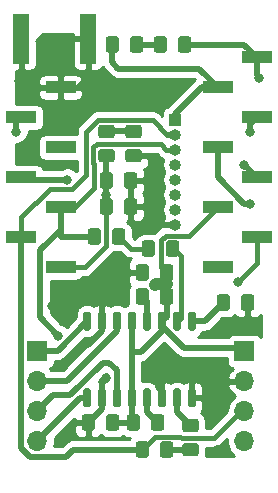
<source format=gbr>
%TF.GenerationSoftware,KiCad,Pcbnew,(5.1.10)-1*%
%TF.CreationDate,2022-02-17T21:59:23+01:00*%
%TF.ProjectId,TinyLora102,54696e79-4c6f-4726-9131-30322e6b6963,rev?*%
%TF.SameCoordinates,Original*%
%TF.FileFunction,Copper,L2,Bot*%
%TF.FilePolarity,Positive*%
%FSLAX46Y46*%
G04 Gerber Fmt 4.6, Leading zero omitted, Abs format (unit mm)*
G04 Created by KiCad (PCBNEW (5.1.10)-1) date 2022-02-17 21:59:23*
%MOMM*%
%LPD*%
G01*
G04 APERTURE LIST*
%TA.AperFunction,ComponentPad*%
%ADD10O,1.000000X1.000000*%
%TD*%
%TA.AperFunction,ComponentPad*%
%ADD11R,1.000000X1.000000*%
%TD*%
%TA.AperFunction,SMDPad,CuDef*%
%ADD12R,1.350000X4.200000*%
%TD*%
%TA.AperFunction,ComponentPad*%
%ADD13O,1.700000X1.700000*%
%TD*%
%TA.AperFunction,ComponentPad*%
%ADD14R,1.700000X1.700000*%
%TD*%
%TA.AperFunction,SMDPad,CuDef*%
%ADD15R,2.510000X1.000000*%
%TD*%
%TA.AperFunction,ViaPad*%
%ADD16C,0.800000*%
%TD*%
%TA.AperFunction,Conductor*%
%ADD17C,0.500000*%
%TD*%
%TA.AperFunction,Conductor*%
%ADD18C,0.400000*%
%TD*%
%TA.AperFunction,Conductor*%
%ADD19C,0.250000*%
%TD*%
%TA.AperFunction,Conductor*%
%ADD20C,1.000000*%
%TD*%
%TA.AperFunction,Conductor*%
%ADD21C,0.254000*%
%TD*%
%TA.AperFunction,Conductor*%
%ADD22C,0.100000*%
%TD*%
G04 APERTURE END LIST*
D10*
%TO.P,J6,8*%
%TO.N,GND*%
X114126000Y-116764000D03*
%TO.P,J6,7*%
%TO.N,/GDO2*%
X114126000Y-115494000D03*
%TO.P,J6,6*%
%TO.N,/IO38_MISO*%
X114126000Y-114224000D03*
%TO.P,J6,5*%
%TO.N,/IO18_MOSI*%
X114126000Y-112954000D03*
%TO.P,J6,4*%
%TO.N,/IO32_SCK*%
X114126000Y-111684000D03*
%TO.P,J6,3*%
%TO.N,/IO25*%
X114126000Y-110414000D03*
%TO.P,J6,2*%
%TO.N,/IO26*%
X114126000Y-109144000D03*
D11*
%TO.P,J6,1*%
%TO.N,VDD*%
X114126000Y-107874000D03*
%TD*%
D12*
%TO.P,AE1,2*%
%TO.N,GND*%
X101075000Y-101016000D03*
X106725000Y-101016000D03*
%TD*%
%TO.P,D6,2*%
%TO.N,VDD*%
%TA.AperFunction,SMDPad,CuDef*%
G36*
G01*
X109358000Y-101073999D02*
X109358000Y-101974001D01*
G75*
G02*
X109108001Y-102224000I-249999J0D01*
G01*
X108457999Y-102224000D01*
G75*
G02*
X108208000Y-101974001I0J249999D01*
G01*
X108208000Y-101073999D01*
G75*
G02*
X108457999Y-100824000I249999J0D01*
G01*
X109108001Y-100824000D01*
G75*
G02*
X109358000Y-101073999I0J-249999D01*
G01*
G37*
%TD.AperFunction*%
%TO.P,D6,1*%
%TO.N,Net-(D6-Pad1)*%
%TA.AperFunction,SMDPad,CuDef*%
G36*
G01*
X111408000Y-101073999D02*
X111408000Y-101974001D01*
G75*
G02*
X111158001Y-102224000I-249999J0D01*
G01*
X110507999Y-102224000D01*
G75*
G02*
X110258000Y-101974001I0J249999D01*
G01*
X110258000Y-101073999D01*
G75*
G02*
X110507999Y-100824000I249999J0D01*
G01*
X111158001Y-100824000D01*
G75*
G02*
X111408000Y-101073999I0J-249999D01*
G01*
G37*
%TD.AperFunction*%
%TD*%
%TO.P,R8,2*%
%TO.N,Net-(D6-Pad1)*%
%TA.AperFunction,SMDPad,CuDef*%
G36*
G01*
X113422000Y-101073999D02*
X113422000Y-101974001D01*
G75*
G02*
X113172001Y-102224000I-249999J0D01*
G01*
X112521999Y-102224000D01*
G75*
G02*
X112272000Y-101974001I0J249999D01*
G01*
X112272000Y-101073999D01*
G75*
G02*
X112521999Y-100824000I249999J0D01*
G01*
X113172001Y-100824000D01*
G75*
G02*
X113422000Y-101073999I0J-249999D01*
G01*
G37*
%TD.AperFunction*%
%TO.P,R8,1*%
%TO.N,/IO37_LED*%
%TA.AperFunction,SMDPad,CuDef*%
G36*
G01*
X115472000Y-101073999D02*
X115472000Y-101974001D01*
G75*
G02*
X115222001Y-102224000I-249999J0D01*
G01*
X114571999Y-102224000D01*
G75*
G02*
X114322000Y-101974001I0J249999D01*
G01*
X114322000Y-101073999D01*
G75*
G02*
X114571999Y-100824000I249999J0D01*
G01*
X115222001Y-100824000D01*
G75*
G02*
X115472000Y-101073999I0J-249999D01*
G01*
G37*
%TD.AperFunction*%
%TD*%
%TO.P,PAM8403,16*%
%TO.N,Net-(J5-Pad4)*%
%TA.AperFunction,SMDPad,CuDef*%
G36*
G01*
X106483000Y-130644000D02*
X106783000Y-130644000D01*
G75*
G02*
X106933000Y-130794000I0J-150000D01*
G01*
X106933000Y-132094000D01*
G75*
G02*
X106783000Y-132244000I-150000J0D01*
G01*
X106483000Y-132244000D01*
G75*
G02*
X106333000Y-132094000I0J150000D01*
G01*
X106333000Y-130794000D01*
G75*
G02*
X106483000Y-130644000I150000J0D01*
G01*
G37*
%TD.AperFunction*%
%TO.P,PAM8403,15*%
%TO.N,GND*%
%TA.AperFunction,SMDPad,CuDef*%
G36*
G01*
X107753000Y-130644000D02*
X108053000Y-130644000D01*
G75*
G02*
X108203000Y-130794000I0J-150000D01*
G01*
X108203000Y-132094000D01*
G75*
G02*
X108053000Y-132244000I-150000J0D01*
G01*
X107753000Y-132244000D01*
G75*
G02*
X107603000Y-132094000I0J150000D01*
G01*
X107603000Y-130794000D01*
G75*
G02*
X107753000Y-130644000I150000J0D01*
G01*
G37*
%TD.AperFunction*%
%TO.P,PAM8403,14*%
%TO.N,Net-(J5-Pad3)*%
%TA.AperFunction,SMDPad,CuDef*%
G36*
G01*
X109023000Y-130644000D02*
X109323000Y-130644000D01*
G75*
G02*
X109473000Y-130794000I0J-150000D01*
G01*
X109473000Y-132094000D01*
G75*
G02*
X109323000Y-132244000I-150000J0D01*
G01*
X109023000Y-132244000D01*
G75*
G02*
X108873000Y-132094000I0J150000D01*
G01*
X108873000Y-130794000D01*
G75*
G02*
X109023000Y-130644000I150000J0D01*
G01*
G37*
%TD.AperFunction*%
%TO.P,PAM8403,13*%
%TO.N,+5V*%
%TA.AperFunction,SMDPad,CuDef*%
G36*
G01*
X110293000Y-130644000D02*
X110593000Y-130644000D01*
G75*
G02*
X110743000Y-130794000I0J-150000D01*
G01*
X110743000Y-132094000D01*
G75*
G02*
X110593000Y-132244000I-150000J0D01*
G01*
X110293000Y-132244000D01*
G75*
G02*
X110143000Y-132094000I0J150000D01*
G01*
X110143000Y-130794000D01*
G75*
G02*
X110293000Y-130644000I150000J0D01*
G01*
G37*
%TD.AperFunction*%
%TO.P,PAM8403,12*%
%TO.N,Net-(PAM8403-Pad12)*%
%TA.AperFunction,SMDPad,CuDef*%
G36*
G01*
X111563000Y-130644000D02*
X111863000Y-130644000D01*
G75*
G02*
X112013000Y-130794000I0J-150000D01*
G01*
X112013000Y-132094000D01*
G75*
G02*
X111863000Y-132244000I-150000J0D01*
G01*
X111563000Y-132244000D01*
G75*
G02*
X111413000Y-132094000I0J150000D01*
G01*
X111413000Y-130794000D01*
G75*
G02*
X111563000Y-130644000I150000J0D01*
G01*
G37*
%TD.AperFunction*%
%TO.P,PAM8403,11*%
%TO.N,GND*%
%TA.AperFunction,SMDPad,CuDef*%
G36*
G01*
X112833000Y-130644000D02*
X113133000Y-130644000D01*
G75*
G02*
X113283000Y-130794000I0J-150000D01*
G01*
X113283000Y-132094000D01*
G75*
G02*
X113133000Y-132244000I-150000J0D01*
G01*
X112833000Y-132244000D01*
G75*
G02*
X112683000Y-132094000I0J150000D01*
G01*
X112683000Y-130794000D01*
G75*
G02*
X112833000Y-130644000I150000J0D01*
G01*
G37*
%TD.AperFunction*%
%TO.P,PAM8403,10*%
%TO.N,Net-(PAM8403-Pad10)*%
%TA.AperFunction,SMDPad,CuDef*%
G36*
G01*
X114103000Y-130644000D02*
X114403000Y-130644000D01*
G75*
G02*
X114553000Y-130794000I0J-150000D01*
G01*
X114553000Y-132094000D01*
G75*
G02*
X114403000Y-132244000I-150000J0D01*
G01*
X114103000Y-132244000D01*
G75*
G02*
X113953000Y-132094000I0J150000D01*
G01*
X113953000Y-130794000D01*
G75*
G02*
X114103000Y-130644000I150000J0D01*
G01*
G37*
%TD.AperFunction*%
%TO.P,PAM8403,9*%
%TO.N,GND*%
%TA.AperFunction,SMDPad,CuDef*%
G36*
G01*
X115373000Y-130644000D02*
X115673000Y-130644000D01*
G75*
G02*
X115823000Y-130794000I0J-150000D01*
G01*
X115823000Y-132094000D01*
G75*
G02*
X115673000Y-132244000I-150000J0D01*
G01*
X115373000Y-132244000D01*
G75*
G02*
X115223000Y-132094000I0J150000D01*
G01*
X115223000Y-130794000D01*
G75*
G02*
X115373000Y-130644000I150000J0D01*
G01*
G37*
%TD.AperFunction*%
%TO.P,PAM8403,8*%
%TO.N,Net-(C5-Pad1)*%
%TA.AperFunction,SMDPad,CuDef*%
G36*
G01*
X115373000Y-124144000D02*
X115673000Y-124144000D01*
G75*
G02*
X115823000Y-124294000I0J-150000D01*
G01*
X115823000Y-125594000D01*
G75*
G02*
X115673000Y-125744000I-150000J0D01*
G01*
X115373000Y-125744000D01*
G75*
G02*
X115223000Y-125594000I0J150000D01*
G01*
X115223000Y-124294000D01*
G75*
G02*
X115373000Y-124144000I150000J0D01*
G01*
G37*
%TD.AperFunction*%
%TO.P,PAM8403,7*%
%TO.N,Net-(PAM8403-Pad7)*%
%TA.AperFunction,SMDPad,CuDef*%
G36*
G01*
X114103000Y-124144000D02*
X114403000Y-124144000D01*
G75*
G02*
X114553000Y-124294000I0J-150000D01*
G01*
X114553000Y-125594000D01*
G75*
G02*
X114403000Y-125744000I-150000J0D01*
G01*
X114103000Y-125744000D01*
G75*
G02*
X113953000Y-125594000I0J150000D01*
G01*
X113953000Y-124294000D01*
G75*
G02*
X114103000Y-124144000I150000J0D01*
G01*
G37*
%TD.AperFunction*%
%TO.P,PAM8403,6*%
%TO.N,+5V*%
%TA.AperFunction,SMDPad,CuDef*%
G36*
G01*
X112833000Y-124144000D02*
X113133000Y-124144000D01*
G75*
G02*
X113283000Y-124294000I0J-150000D01*
G01*
X113283000Y-125594000D01*
G75*
G02*
X113133000Y-125744000I-150000J0D01*
G01*
X112833000Y-125744000D01*
G75*
G02*
X112683000Y-125594000I0J150000D01*
G01*
X112683000Y-124294000D01*
G75*
G02*
X112833000Y-124144000I150000J0D01*
G01*
G37*
%TD.AperFunction*%
%TO.P,PAM8403,5*%
%TO.N,Net-(PAM8403-Pad5)*%
%TA.AperFunction,SMDPad,CuDef*%
G36*
G01*
X111563000Y-124144000D02*
X111863000Y-124144000D01*
G75*
G02*
X112013000Y-124294000I0J-150000D01*
G01*
X112013000Y-125594000D01*
G75*
G02*
X111863000Y-125744000I-150000J0D01*
G01*
X111563000Y-125744000D01*
G75*
G02*
X111413000Y-125594000I0J150000D01*
G01*
X111413000Y-124294000D01*
G75*
G02*
X111563000Y-124144000I150000J0D01*
G01*
G37*
%TD.AperFunction*%
%TO.P,PAM8403,4*%
%TO.N,+5V*%
%TA.AperFunction,SMDPad,CuDef*%
G36*
G01*
X110293000Y-124144000D02*
X110593000Y-124144000D01*
G75*
G02*
X110743000Y-124294000I0J-150000D01*
G01*
X110743000Y-125594000D01*
G75*
G02*
X110593000Y-125744000I-150000J0D01*
G01*
X110293000Y-125744000D01*
G75*
G02*
X110143000Y-125594000I0J150000D01*
G01*
X110143000Y-124294000D01*
G75*
G02*
X110293000Y-124144000I150000J0D01*
G01*
G37*
%TD.AperFunction*%
%TO.P,PAM8403,3*%
%TO.N,Net-(J5-Pad2)*%
%TA.AperFunction,SMDPad,CuDef*%
G36*
G01*
X109023000Y-124144000D02*
X109323000Y-124144000D01*
G75*
G02*
X109473000Y-124294000I0J-150000D01*
G01*
X109473000Y-125594000D01*
G75*
G02*
X109323000Y-125744000I-150000J0D01*
G01*
X109023000Y-125744000D01*
G75*
G02*
X108873000Y-125594000I0J150000D01*
G01*
X108873000Y-124294000D01*
G75*
G02*
X109023000Y-124144000I150000J0D01*
G01*
G37*
%TD.AperFunction*%
%TO.P,PAM8403,2*%
%TO.N,GND*%
%TA.AperFunction,SMDPad,CuDef*%
G36*
G01*
X107753000Y-124144000D02*
X108053000Y-124144000D01*
G75*
G02*
X108203000Y-124294000I0J-150000D01*
G01*
X108203000Y-125594000D01*
G75*
G02*
X108053000Y-125744000I-150000J0D01*
G01*
X107753000Y-125744000D01*
G75*
G02*
X107603000Y-125594000I0J150000D01*
G01*
X107603000Y-124294000D01*
G75*
G02*
X107753000Y-124144000I150000J0D01*
G01*
G37*
%TD.AperFunction*%
%TO.P,PAM8403,1*%
%TO.N,Net-(J5-Pad1)*%
%TA.AperFunction,SMDPad,CuDef*%
G36*
G01*
X106483000Y-124144000D02*
X106783000Y-124144000D01*
G75*
G02*
X106933000Y-124294000I0J-150000D01*
G01*
X106933000Y-125594000D01*
G75*
G02*
X106783000Y-125744000I-150000J0D01*
G01*
X106483000Y-125744000D01*
G75*
G02*
X106333000Y-125594000I0J150000D01*
G01*
X106333000Y-124294000D01*
G75*
G02*
X106483000Y-124144000I150000J0D01*
G01*
G37*
%TD.AperFunction*%
%TD*%
%TO.P,R7,2*%
%TO.N,Net-(PAM8403-Pad5)*%
%TA.AperFunction,SMDPad,CuDef*%
G36*
G01*
X111898000Y-122409999D02*
X111898000Y-123310001D01*
G75*
G02*
X111648001Y-123560000I-249999J0D01*
G01*
X110997999Y-123560000D01*
G75*
G02*
X110748000Y-123310001I0J249999D01*
G01*
X110748000Y-122409999D01*
G75*
G02*
X110997999Y-122160000I249999J0D01*
G01*
X111648001Y-122160000D01*
G75*
G02*
X111898000Y-122409999I0J-249999D01*
G01*
G37*
%TD.AperFunction*%
%TO.P,R7,1*%
%TO.N,+5V*%
%TA.AperFunction,SMDPad,CuDef*%
G36*
G01*
X113948000Y-122409999D02*
X113948000Y-123310001D01*
G75*
G02*
X113698001Y-123560000I-249999J0D01*
G01*
X113047999Y-123560000D01*
G75*
G02*
X112798000Y-123310001I0J249999D01*
G01*
X112798000Y-122409999D01*
G75*
G02*
X113047999Y-122160000I249999J0D01*
G01*
X113698001Y-122160000D01*
G75*
G02*
X113948000Y-122409999I0J-249999D01*
G01*
G37*
%TD.AperFunction*%
%TD*%
%TO.P,R6,2*%
%TO.N,+5V*%
%TA.AperFunction,SMDPad,CuDef*%
G36*
G01*
X111136000Y-133077999D02*
X111136000Y-133978001D01*
G75*
G02*
X110886001Y-134228000I-249999J0D01*
G01*
X110235999Y-134228000D01*
G75*
G02*
X109986000Y-133978001I0J249999D01*
G01*
X109986000Y-133077999D01*
G75*
G02*
X110235999Y-132828000I249999J0D01*
G01*
X110886001Y-132828000D01*
G75*
G02*
X111136000Y-133077999I0J-249999D01*
G01*
G37*
%TD.AperFunction*%
%TO.P,R6,1*%
%TO.N,Net-(PAM8403-Pad12)*%
%TA.AperFunction,SMDPad,CuDef*%
G36*
G01*
X113186000Y-133077999D02*
X113186000Y-133978001D01*
G75*
G02*
X112936001Y-134228000I-249999J0D01*
G01*
X112285999Y-134228000D01*
G75*
G02*
X112036000Y-133978001I0J249999D01*
G01*
X112036000Y-133077999D01*
G75*
G02*
X112285999Y-132828000I249999J0D01*
G01*
X112936001Y-132828000D01*
G75*
G02*
X113186000Y-133077999I0J-249999D01*
G01*
G37*
%TD.AperFunction*%
%TD*%
%TO.P,R5,2*%
%TO.N,Net-(C4-Pad2)*%
%TA.AperFunction,SMDPad,CuDef*%
G36*
G01*
X114945999Y-135248000D02*
X115846001Y-135248000D01*
G75*
G02*
X116096000Y-135497999I0J-249999D01*
G01*
X116096000Y-136148001D01*
G75*
G02*
X115846001Y-136398000I-249999J0D01*
G01*
X114945999Y-136398000D01*
G75*
G02*
X114696000Y-136148001I0J249999D01*
G01*
X114696000Y-135497999D01*
G75*
G02*
X114945999Y-135248000I249999J0D01*
G01*
G37*
%TD.AperFunction*%
%TO.P,R5,1*%
%TO.N,Net-(PAM8403-Pad10)*%
%TA.AperFunction,SMDPad,CuDef*%
G36*
G01*
X114945999Y-133198000D02*
X115846001Y-133198000D01*
G75*
G02*
X116096000Y-133447999I0J-249999D01*
G01*
X116096000Y-134098001D01*
G75*
G02*
X115846001Y-134348000I-249999J0D01*
G01*
X114945999Y-134348000D01*
G75*
G02*
X114696000Y-134098001I0J249999D01*
G01*
X114696000Y-133447999D01*
G75*
G02*
X114945999Y-133198000I249999J0D01*
G01*
G37*
%TD.AperFunction*%
%TD*%
%TO.P,R1,2*%
%TO.N,Net-(PAM8403-Pad7)*%
%TA.AperFunction,SMDPad,CuDef*%
G36*
G01*
X113306000Y-119246001D02*
X113306000Y-118345999D01*
G75*
G02*
X113555999Y-118096000I249999J0D01*
G01*
X114206001Y-118096000D01*
G75*
G02*
X114456000Y-118345999I0J-249999D01*
G01*
X114456000Y-119246001D01*
G75*
G02*
X114206001Y-119496000I-249999J0D01*
G01*
X113555999Y-119496000D01*
G75*
G02*
X113306000Y-119246001I0J249999D01*
G01*
G37*
%TD.AperFunction*%
%TO.P,R1,1*%
%TO.N,Net-(C3-Pad1)*%
%TA.AperFunction,SMDPad,CuDef*%
G36*
G01*
X111256000Y-119246001D02*
X111256000Y-118345999D01*
G75*
G02*
X111505999Y-118096000I249999J0D01*
G01*
X112156001Y-118096000D01*
G75*
G02*
X112406000Y-118345999I0J-249999D01*
G01*
X112406000Y-119246001D01*
G75*
G02*
X112156001Y-119496000I-249999J0D01*
G01*
X111505999Y-119496000D01*
G75*
G02*
X111256000Y-119246001I0J249999D01*
G01*
G37*
%TD.AperFunction*%
%TD*%
D13*
%TO.P,J5,4*%
%TO.N,Net-(J5-Pad4)*%
X102442000Y-135120000D03*
%TO.P,J5,3*%
%TO.N,Net-(J5-Pad3)*%
X102442000Y-132580000D03*
%TO.P,J5,2*%
%TO.N,Net-(J5-Pad2)*%
X102442000Y-130040000D03*
D14*
%TO.P,J5,1*%
%TO.N,Net-(J5-Pad1)*%
X102442000Y-127500000D03*
%TD*%
%TO.P,C7,2*%
%TO.N,+5V*%
%TA.AperFunction,SMDPad,CuDef*%
G36*
G01*
X112798000Y-121278001D02*
X112798000Y-120377999D01*
G75*
G02*
X113047999Y-120128000I249999J0D01*
G01*
X113698001Y-120128000D01*
G75*
G02*
X113948000Y-120377999I0J-249999D01*
G01*
X113948000Y-121278001D01*
G75*
G02*
X113698001Y-121528000I-249999J0D01*
G01*
X113047999Y-121528000D01*
G75*
G02*
X112798000Y-121278001I0J249999D01*
G01*
G37*
%TD.AperFunction*%
%TO.P,C7,1*%
%TO.N,GND*%
%TA.AperFunction,SMDPad,CuDef*%
G36*
G01*
X110748000Y-121278001D02*
X110748000Y-120377999D01*
G75*
G02*
X110997999Y-120128000I249999J0D01*
G01*
X111648001Y-120128000D01*
G75*
G02*
X111898000Y-120377999I0J-249999D01*
G01*
X111898000Y-121278001D01*
G75*
G02*
X111648001Y-121528000I-249999J0D01*
G01*
X110997999Y-121528000D01*
G75*
G02*
X110748000Y-121278001I0J249999D01*
G01*
G37*
%TD.AperFunction*%
%TD*%
%TO.P,C6,2*%
%TO.N,GND*%
%TA.AperFunction,SMDPad,CuDef*%
G36*
G01*
X107326000Y-133077999D02*
X107326000Y-133978001D01*
G75*
G02*
X107076001Y-134228000I-249999J0D01*
G01*
X106425999Y-134228000D01*
G75*
G02*
X106176000Y-133978001I0J249999D01*
G01*
X106176000Y-133077999D01*
G75*
G02*
X106425999Y-132828000I249999J0D01*
G01*
X107076001Y-132828000D01*
G75*
G02*
X107326000Y-133077999I0J-249999D01*
G01*
G37*
%TD.AperFunction*%
%TO.P,C6,1*%
%TO.N,+5V*%
%TA.AperFunction,SMDPad,CuDef*%
G36*
G01*
X109376000Y-133077999D02*
X109376000Y-133978001D01*
G75*
G02*
X109126001Y-134228000I-249999J0D01*
G01*
X108475999Y-134228000D01*
G75*
G02*
X108226000Y-133978001I0J249999D01*
G01*
X108226000Y-133077999D01*
G75*
G02*
X108475999Y-132828000I249999J0D01*
G01*
X109126001Y-132828000D01*
G75*
G02*
X109376000Y-133077999I0J-249999D01*
G01*
G37*
%TD.AperFunction*%
%TD*%
%TO.P,C5,2*%
%TO.N,GND*%
%TA.AperFunction,SMDPad,CuDef*%
G36*
G01*
X119656000Y-123818001D02*
X119656000Y-122917999D01*
G75*
G02*
X119905999Y-122668000I249999J0D01*
G01*
X120556001Y-122668000D01*
G75*
G02*
X120806000Y-122917999I0J-249999D01*
G01*
X120806000Y-123818001D01*
G75*
G02*
X120556001Y-124068000I-249999J0D01*
G01*
X119905999Y-124068000D01*
G75*
G02*
X119656000Y-123818001I0J249999D01*
G01*
G37*
%TD.AperFunction*%
%TO.P,C5,1*%
%TO.N,Net-(C5-Pad1)*%
%TA.AperFunction,SMDPad,CuDef*%
G36*
G01*
X117606000Y-123818001D02*
X117606000Y-122917999D01*
G75*
G02*
X117855999Y-122668000I249999J0D01*
G01*
X118506001Y-122668000D01*
G75*
G02*
X118756000Y-122917999I0J-249999D01*
G01*
X118756000Y-123818001D01*
G75*
G02*
X118506001Y-124068000I-249999J0D01*
G01*
X117855999Y-124068000D01*
G75*
G02*
X117606000Y-123818001I0J249999D01*
G01*
G37*
%TD.AperFunction*%
%TD*%
%TO.P,C4,2*%
%TO.N,Net-(C4-Pad2)*%
%TA.AperFunction,SMDPad,CuDef*%
G36*
G01*
X112798000Y-136264001D02*
X112798000Y-135363999D01*
G75*
G02*
X113047999Y-135114000I249999J0D01*
G01*
X113698001Y-135114000D01*
G75*
G02*
X113948000Y-135363999I0J-249999D01*
G01*
X113948000Y-136264001D01*
G75*
G02*
X113698001Y-136514000I-249999J0D01*
G01*
X113047999Y-136514000D01*
G75*
G02*
X112798000Y-136264001I0J249999D01*
G01*
G37*
%TD.AperFunction*%
%TO.P,C4,1*%
%TO.N,/IO26*%
%TA.AperFunction,SMDPad,CuDef*%
G36*
G01*
X110748000Y-136264001D02*
X110748000Y-135363999D01*
G75*
G02*
X110997999Y-135114000I249999J0D01*
G01*
X111648001Y-135114000D01*
G75*
G02*
X111898000Y-135363999I0J-249999D01*
G01*
X111898000Y-136264001D01*
G75*
G02*
X111648001Y-136514000I-249999J0D01*
G01*
X110997999Y-136514000D01*
G75*
G02*
X110748000Y-136264001I0J249999D01*
G01*
G37*
%TD.AperFunction*%
%TD*%
%TO.P,C3,2*%
%TO.N,/IO25*%
%TA.AperFunction,SMDPad,CuDef*%
G36*
G01*
X107834000Y-117329999D02*
X107834000Y-118230001D01*
G75*
G02*
X107584001Y-118480000I-249999J0D01*
G01*
X106933999Y-118480000D01*
G75*
G02*
X106684000Y-118230001I0J249999D01*
G01*
X106684000Y-117329999D01*
G75*
G02*
X106933999Y-117080000I249999J0D01*
G01*
X107584001Y-117080000D01*
G75*
G02*
X107834000Y-117329999I0J-249999D01*
G01*
G37*
%TD.AperFunction*%
%TO.P,C3,1*%
%TO.N,Net-(C3-Pad1)*%
%TA.AperFunction,SMDPad,CuDef*%
G36*
G01*
X109884000Y-117329999D02*
X109884000Y-118230001D01*
G75*
G02*
X109634001Y-118480000I-249999J0D01*
G01*
X108983999Y-118480000D01*
G75*
G02*
X108734000Y-118230001I0J249999D01*
G01*
X108734000Y-117329999D01*
G75*
G02*
X108983999Y-117080000I249999J0D01*
G01*
X109634001Y-117080000D01*
G75*
G02*
X109884000Y-117329999I0J-249999D01*
G01*
G37*
%TD.AperFunction*%
%TD*%
D13*
%TO.P,J1,4*%
%TO.N,/IO25*%
X119968000Y-135120000D03*
%TO.P,J1,3*%
%TO.N,/IO26*%
X119968000Y-132580000D03*
%TO.P,J1,2*%
%TO.N,GND*%
X119968000Y-130040000D03*
D14*
%TO.P,J1,1*%
%TO.N,+5V*%
X119968000Y-127500000D03*
%TD*%
%TO.P,R4,2*%
%TO.N,GND*%
%TA.AperFunction,SMDPad,CuDef*%
G36*
G01*
X110119999Y-110356000D02*
X111020001Y-110356000D01*
G75*
G02*
X111270000Y-110605999I0J-249999D01*
G01*
X111270000Y-111256001D01*
G75*
G02*
X111020001Y-111506000I-249999J0D01*
G01*
X110119999Y-111506000D01*
G75*
G02*
X109870000Y-111256001I0J249999D01*
G01*
X109870000Y-110605999D01*
G75*
G02*
X110119999Y-110356000I249999J0D01*
G01*
G37*
%TD.AperFunction*%
%TO.P,R4,1*%
%TO.N,/IO23_RST*%
%TA.AperFunction,SMDPad,CuDef*%
G36*
G01*
X110119999Y-108306000D02*
X111020001Y-108306000D01*
G75*
G02*
X111270000Y-108555999I0J-249999D01*
G01*
X111270000Y-109206001D01*
G75*
G02*
X111020001Y-109456000I-249999J0D01*
G01*
X110119999Y-109456000D01*
G75*
G02*
X109870000Y-109206001I0J249999D01*
G01*
X109870000Y-108555999D01*
G75*
G02*
X110119999Y-108306000I249999J0D01*
G01*
G37*
%TD.AperFunction*%
%TD*%
%TO.P,R3,2*%
%TO.N,/IO23_RST*%
%TA.AperFunction,SMDPad,CuDef*%
G36*
G01*
X108734001Y-109456000D02*
X107833999Y-109456000D01*
G75*
G02*
X107584000Y-109206001I0J249999D01*
G01*
X107584000Y-108555999D01*
G75*
G02*
X107833999Y-108306000I249999J0D01*
G01*
X108734001Y-108306000D01*
G75*
G02*
X108984000Y-108555999I0J-249999D01*
G01*
X108984000Y-109206001D01*
G75*
G02*
X108734001Y-109456000I-249999J0D01*
G01*
G37*
%TD.AperFunction*%
%TO.P,R3,1*%
%TO.N,+3V3*%
%TA.AperFunction,SMDPad,CuDef*%
G36*
G01*
X108734001Y-111506000D02*
X107833999Y-111506000D01*
G75*
G02*
X107584000Y-111256001I0J249999D01*
G01*
X107584000Y-110605999D01*
G75*
G02*
X107833999Y-110356000I249999J0D01*
G01*
X108734001Y-110356000D01*
G75*
G02*
X108984000Y-110605999I0J-249999D01*
G01*
X108984000Y-111256001D01*
G75*
G02*
X108734001Y-111506000I-249999J0D01*
G01*
G37*
%TD.AperFunction*%
%TD*%
D15*
%TO.P,J4,8*%
%TO.N,+VDC*%
X117705000Y-120370000D03*
%TO.P,J4,6*%
%TO.N,+5V*%
X117705000Y-115290000D03*
%TO.P,J4,4*%
%TO.N,/IO18_MOSI*%
X117705000Y-110210000D03*
%TO.P,J4,2*%
%TO.N,VDD*%
X117705000Y-105130000D03*
%TO.P,J4,7*%
%TO.N,+BATT*%
X121015000Y-117830000D03*
%TO.P,J4,5*%
%TO.N,/IO12_NSS*%
X121015000Y-112750000D03*
%TO.P,J4,3*%
%TO.N,/IO23_RST*%
X121015000Y-107670000D03*
%TO.P,J4,1*%
%TO.N,/IO37_LED*%
X121015000Y-102590000D03*
%TD*%
%TO.P,J3,6*%
%TO.N,/IO26*%
X101085000Y-117856000D03*
%TO.P,J3,4*%
%TO.N,/IO38_MISO*%
X101085000Y-112776000D03*
%TO.P,J3,2*%
%TO.N,/IO33_D0*%
X101085000Y-107696000D03*
%TO.P,J3,7*%
%TO.N,+3V3*%
X104395000Y-120396000D03*
%TO.P,J3,5*%
%TO.N,/IO25*%
X104395000Y-115316000D03*
%TO.P,J3,3*%
%TO.N,/IO32_SCK*%
X104395000Y-110236000D03*
%TO.P,J3,1*%
%TO.N,GND*%
X104395000Y-105156000D03*
%TD*%
%TO.P,C2,2*%
%TO.N,GND*%
%TA.AperFunction,SMDPad,CuDef*%
G36*
G01*
X109750000Y-115690001D02*
X109750000Y-114789999D01*
G75*
G02*
X109999999Y-114540000I249999J0D01*
G01*
X110650001Y-114540000D01*
G75*
G02*
X110900000Y-114789999I0J-249999D01*
G01*
X110900000Y-115690001D01*
G75*
G02*
X110650001Y-115940000I-249999J0D01*
G01*
X109999999Y-115940000D01*
G75*
G02*
X109750000Y-115690001I0J249999D01*
G01*
G37*
%TD.AperFunction*%
%TO.P,C2,1*%
%TO.N,+3V3*%
%TA.AperFunction,SMDPad,CuDef*%
G36*
G01*
X107700000Y-115690001D02*
X107700000Y-114789999D01*
G75*
G02*
X107949999Y-114540000I249999J0D01*
G01*
X108600001Y-114540000D01*
G75*
G02*
X108850000Y-114789999I0J-249999D01*
G01*
X108850000Y-115690001D01*
G75*
G02*
X108600001Y-115940000I-249999J0D01*
G01*
X107949999Y-115940000D01*
G75*
G02*
X107700000Y-115690001I0J249999D01*
G01*
G37*
%TD.AperFunction*%
%TD*%
%TO.P,C1,2*%
%TO.N,+3V3*%
%TA.AperFunction,SMDPad,CuDef*%
G36*
G01*
X108850000Y-112579999D02*
X108850000Y-113480001D01*
G75*
G02*
X108600001Y-113730000I-249999J0D01*
G01*
X107949999Y-113730000D01*
G75*
G02*
X107700000Y-113480001I0J249999D01*
G01*
X107700000Y-112579999D01*
G75*
G02*
X107949999Y-112330000I249999J0D01*
G01*
X108600001Y-112330000D01*
G75*
G02*
X108850000Y-112579999I0J-249999D01*
G01*
G37*
%TD.AperFunction*%
%TO.P,C1,1*%
%TO.N,GND*%
%TA.AperFunction,SMDPad,CuDef*%
G36*
G01*
X110900000Y-112579999D02*
X110900000Y-113480001D01*
G75*
G02*
X110650001Y-113730000I-249999J0D01*
G01*
X109999999Y-113730000D01*
G75*
G02*
X109750000Y-113480001I0J249999D01*
G01*
X109750000Y-112579999D01*
G75*
G02*
X109999999Y-112330000I249999J0D01*
G01*
X110650001Y-112330000D01*
G75*
G02*
X110900000Y-112579999I0J-249999D01*
G01*
G37*
%TD.AperFunction*%
%TD*%
D16*
%TO.N,+3V3*%
X108275000Y-114233000D03*
%TO.N,GND*%
X100918000Y-104572000D03*
X108284000Y-129718000D03*
X105998000Y-107366000D03*
X112602000Y-111684000D03*
X114634000Y-105080000D03*
X103712000Y-123622000D03*
X112856000Y-130480000D03*
X117428000Y-131750000D03*
X117682000Y-135814000D03*
X106700000Y-126700000D03*
X112602000Y-128448000D03*
X112602000Y-115240000D03*
X106760000Y-104064000D03*
X118952000Y-125146000D03*
%TO.N,/IO25*%
X104216459Y-126158459D03*
%TO.N,/IO12_NSS*%
X119968000Y-111684000D03*
%TO.N,/IO33_D0*%
X100664000Y-108890000D03*
%TO.N,/IO38_MISO*%
X104982000Y-112954000D03*
%TO.N,/IO23_RST*%
X110570000Y-108881000D03*
X120476000Y-108890000D03*
%TO.N,/IO32_SCK*%
X104982000Y-110115564D03*
%TO.N,/IO18_MOSI*%
X120476000Y-114986000D03*
%TO.N,+5V*%
X112348000Y-121844000D03*
%TO.N,/IO37_LED*%
X121238000Y-104318000D03*
%TO.N,+BATT*%
X119460000Y-121590000D03*
%TD*%
D17*
%TO.N,+3V3*%
X104319000Y-120320000D02*
X104395000Y-120396000D01*
X108284000Y-113021000D02*
X108275000Y-113030000D01*
X108284000Y-110931000D02*
X108284000Y-113021000D01*
X108275000Y-114233000D02*
X108275000Y-113030000D01*
X108275000Y-115240000D02*
X108275000Y-114233000D01*
D18*
X108275000Y-118558236D02*
X108275000Y-115240000D01*
X106437236Y-120396000D02*
X108275000Y-118558236D01*
X104395000Y-120396000D02*
X106437236Y-120396000D01*
D17*
%TO.N,GND*%
X107903000Y-132376000D02*
X106751000Y-133528000D01*
X107903000Y-131444000D02*
X107903000Y-132376000D01*
X107903000Y-125781000D02*
X106760000Y-126924000D01*
X107903000Y-124944000D02*
X107903000Y-125781000D01*
X112602000Y-130226000D02*
X112856000Y-130480000D01*
X112602000Y-128448000D02*
X112602000Y-130226000D01*
D19*
X101502000Y-105156000D02*
X100918000Y-104572000D01*
X104395000Y-105156000D02*
X101502000Y-105156000D01*
X105668000Y-105156000D02*
X106760000Y-104064000D01*
X104395000Y-105156000D02*
X105668000Y-105156000D01*
D17*
%TO.N,/IO26*%
X101085000Y-121423000D02*
X101085000Y-117856000D01*
X101085000Y-122519000D02*
X101085000Y-121423000D01*
D18*
X117378010Y-134847990D02*
X119968000Y-132258000D01*
X114542754Y-134713990D02*
X114676754Y-134847990D01*
X112423010Y-134713990D02*
X114542754Y-134713990D01*
X114676754Y-134847990D02*
X117378010Y-134847990D01*
X111323000Y-135814000D02*
X112423010Y-134713990D01*
D17*
X113585998Y-109144000D02*
X114126000Y-109144000D01*
D18*
X105366001Y-113754001D02*
X106252000Y-112868002D01*
X103481997Y-113754001D02*
X105366001Y-113754001D01*
X101085000Y-116150998D02*
X103481997Y-113754001D01*
X101085000Y-117856000D02*
X101085000Y-116150998D01*
X113418894Y-109144000D02*
X114126000Y-109144000D01*
X112180884Y-107905990D02*
X113418894Y-109144000D01*
X107564754Y-107905990D02*
X112180884Y-107905990D01*
X106583981Y-108886763D02*
X107564754Y-107905990D01*
X106583981Y-112536021D02*
X106583981Y-108886763D01*
X105366001Y-113754001D02*
X106583981Y-112536021D01*
D17*
X105490000Y-135814000D02*
X111323000Y-135814000D01*
X104883999Y-136420001D02*
X105490000Y-135814000D01*
X101817999Y-136420001D02*
X104883999Y-136420001D01*
X101085000Y-135687002D02*
X101817999Y-136420001D01*
X101085000Y-121423000D02*
X101085000Y-135687002D01*
%TO.N,/IO25*%
X104445998Y-117780000D02*
X104395000Y-117830998D01*
X107259000Y-117780000D02*
X104445998Y-117780000D01*
X107259000Y-117692000D02*
X107425000Y-117526000D01*
X107259000Y-117780000D02*
X107259000Y-117692000D01*
X102689999Y-124631999D02*
X104216459Y-126158459D01*
X102689999Y-118898001D02*
X102689999Y-124631999D01*
X104395000Y-117193000D02*
X102689999Y-118898001D01*
X104395000Y-115316000D02*
X104395000Y-117193000D01*
X104395000Y-117193000D02*
X104395000Y-117830998D01*
D18*
X107183990Y-110236774D02*
X107464774Y-109955990D01*
X107183990Y-111525246D02*
X107183990Y-110236774D01*
X107464774Y-109955990D02*
X112905990Y-109955990D01*
X107259000Y-111600256D02*
X107183990Y-111525246D01*
X113364000Y-110414000D02*
X112905990Y-109955990D01*
X114126000Y-110414000D02*
X113364000Y-110414000D01*
X105650000Y-115316000D02*
X107259000Y-113707000D01*
X104395000Y-115316000D02*
X105650000Y-115316000D01*
X107259000Y-113707000D02*
X107259000Y-111600256D01*
D17*
%TO.N,/IO12_NSS*%
X120984000Y-112719000D02*
X121015000Y-112750000D01*
X121015000Y-112731000D02*
X119968000Y-111684000D01*
X121015000Y-112750000D02*
X121015000Y-112731000D01*
%TO.N,/IO33_D0*%
X100664000Y-108117000D02*
X101085000Y-107696000D01*
X100664000Y-108890000D02*
X100664000Y-108117000D01*
%TO.N,/IO38_MISO*%
X101263000Y-112954000D02*
X101085000Y-112776000D01*
X104982000Y-112954000D02*
X101263000Y-112954000D01*
%TO.N,/IO23_RST*%
X121015000Y-107670000D02*
X120346000Y-107670000D01*
X108284000Y-108881000D02*
X110570000Y-108881000D01*
X120476000Y-108209000D02*
X121015000Y-107670000D01*
X120476000Y-108890000D02*
X120476000Y-108209000D01*
%TO.N,/IO18_MOSI*%
X117705000Y-112723000D02*
X119968000Y-114986000D01*
X117705000Y-110210000D02*
X117705000Y-112723000D01*
X119968000Y-114986000D02*
X120476000Y-114986000D01*
%TO.N,+5V*%
X110443000Y-133410000D02*
X110561000Y-133528000D01*
X110443000Y-131444000D02*
X110443000Y-133410000D01*
X108801000Y-133528000D02*
X110561000Y-133528000D01*
X113373000Y-124554000D02*
X112983000Y-124944000D01*
X113373000Y-122860000D02*
X113373000Y-124554000D01*
X112983000Y-125744000D02*
X112983000Y-124944000D01*
X111168000Y-127559000D02*
X112983000Y-125744000D01*
X110443000Y-127559000D02*
X111168000Y-127559000D01*
X110443000Y-131444000D02*
X110443000Y-127559000D01*
X110443000Y-127559000D02*
X110443000Y-124944000D01*
D20*
X112434520Y-121835000D02*
X112425520Y-121844000D01*
X113373000Y-121835000D02*
X112434520Y-121835000D01*
D17*
X113373000Y-120828000D02*
X113373000Y-121835000D01*
X113373000Y-121835000D02*
X113373000Y-122860000D01*
X112983000Y-125322544D02*
X112983000Y-124944000D01*
X114838456Y-127178000D02*
X112983000Y-125322544D01*
X119968000Y-127178000D02*
X114838456Y-127178000D01*
D18*
X112905990Y-120360990D02*
X113373000Y-120828000D01*
X112905990Y-118076754D02*
X112905990Y-120360990D01*
X113286754Y-117695990D02*
X112905990Y-118076754D01*
X115299010Y-117695990D02*
X113286754Y-117695990D01*
X117705000Y-115290000D02*
X115299010Y-117695990D01*
D17*
%TO.N,/IO37_LED*%
X121015000Y-104095000D02*
X121238000Y-104318000D01*
X121015000Y-102590000D02*
X121015000Y-104095000D01*
X119949000Y-101524000D02*
X121015000Y-102590000D01*
X115405000Y-101524000D02*
X119949000Y-101524000D01*
X121082002Y-104318000D02*
X121238000Y-104318000D01*
D18*
%TO.N,Net-(C3-Pad1)*%
X110325000Y-118796000D02*
X109309000Y-117780000D01*
X111831000Y-118796000D02*
X110325000Y-118796000D01*
D17*
%TO.N,Net-(C4-Pad2)*%
X115133000Y-135814000D02*
X113373000Y-135814000D01*
%TO.N,Net-(C5-Pad1)*%
X116605000Y-124944000D02*
X118181000Y-123368000D01*
X115523000Y-124944000D02*
X116605000Y-124944000D01*
%TO.N,VDD*%
X117705000Y-105130000D02*
X116131000Y-103556000D01*
X116131000Y-103556000D02*
X109300000Y-103556000D01*
X108783000Y-103039000D02*
X108783000Y-101524000D01*
X109300000Y-103556000D02*
X108783000Y-103039000D01*
X116362000Y-105130000D02*
X117705000Y-105130000D01*
X114126000Y-107366000D02*
X116362000Y-105130000D01*
X114126000Y-107874000D02*
X114126000Y-107366000D01*
%TO.N,Net-(J5-Pad4)*%
X106050000Y-131444000D02*
X102442000Y-135052000D01*
X106633000Y-131444000D02*
X106050000Y-131444000D01*
%TO.N,Net-(J5-Pad3)*%
X109173000Y-131065456D02*
X109173000Y-131444000D01*
X109173000Y-129083000D02*
X109173000Y-131444000D01*
X108538000Y-128448000D02*
X109173000Y-129083000D01*
X107980456Y-128448000D02*
X108538000Y-128448000D01*
X103736772Y-131217228D02*
X102442000Y-132512000D01*
X105211228Y-131217228D02*
X103736772Y-131217228D01*
X105211228Y-131217228D02*
X107980456Y-128448000D01*
%TO.N,Net-(J5-Pad2)*%
X109173000Y-125744000D02*
X109173000Y-124944000D01*
X104945000Y-129972000D02*
X109173000Y-125744000D01*
X102442000Y-129972000D02*
X104945000Y-129972000D01*
%TO.N,Net-(J5-Pad1)*%
X104145000Y-127432000D02*
X106633000Y-124944000D01*
X102442000Y-127432000D02*
X104145000Y-127432000D01*
%TO.N,Net-(D6-Pad1)*%
X110833000Y-101524000D02*
X112847000Y-101524000D01*
%TO.N,Net-(PAM8403-Pad12)*%
X111713000Y-132630000D02*
X112611000Y-133528000D01*
X111713000Y-131444000D02*
X111713000Y-132630000D01*
%TO.N,Net-(PAM8403-Pad10)*%
X114253000Y-132630000D02*
X115396000Y-133773000D01*
X114253000Y-131444000D02*
X114253000Y-132630000D01*
D18*
%TO.N,Net-(PAM8403-Pad7)*%
X114553000Y-119468000D02*
X113881000Y-118796000D01*
X114553000Y-124644000D02*
X114553000Y-119468000D01*
X114253000Y-124944000D02*
X114553000Y-124644000D01*
D17*
%TO.N,Net-(PAM8403-Pad5)*%
X111713000Y-123250000D02*
X111323000Y-122860000D01*
X111713000Y-124944000D02*
X111713000Y-123250000D01*
D18*
%TO.N,+BATT*%
X121015000Y-117830000D02*
X121015000Y-120035000D01*
X121015000Y-120035000D02*
X119460000Y-121590000D01*
%TD*%
D21*
%TO.N,GND*%
X118483000Y-134973740D02*
X118483000Y-135266260D01*
X118540068Y-135553158D01*
X118652010Y-135823411D01*
X118814525Y-136066632D01*
X119021368Y-136273475D01*
X119120930Y-136340000D01*
X116711322Y-136340000D01*
X116717008Y-136321255D01*
X116734072Y-136148001D01*
X116734072Y-135682990D01*
X117336992Y-135682990D01*
X117378010Y-135687030D01*
X117419028Y-135682990D01*
X117419029Y-135682990D01*
X117541699Y-135670908D01*
X117699097Y-135623162D01*
X117844156Y-135545626D01*
X117971301Y-135441281D01*
X117997456Y-135409411D01*
X118495384Y-134911484D01*
X118483000Y-134973740D01*
%TA.AperFunction,Conductor*%
D22*
G36*
X118483000Y-134973740D02*
G01*
X118483000Y-135266260D01*
X118540068Y-135553158D01*
X118652010Y-135823411D01*
X118814525Y-136066632D01*
X119021368Y-136273475D01*
X119120930Y-136340000D01*
X116711322Y-136340000D01*
X116717008Y-136321255D01*
X116734072Y-136148001D01*
X116734072Y-135682990D01*
X117336992Y-135682990D01*
X117378010Y-135687030D01*
X117419028Y-135682990D01*
X117419029Y-135682990D01*
X117541699Y-135670908D01*
X117699097Y-135623162D01*
X117844156Y-135545626D01*
X117971301Y-135441281D01*
X117997456Y-135409411D01*
X118495384Y-134911484D01*
X118483000Y-134973740D01*
G37*
%TD.AperFunction*%
D21*
X105541000Y-133242250D02*
X105699750Y-133401000D01*
X106624000Y-133401000D01*
X106624000Y-133381000D01*
X106878000Y-133381000D01*
X106878000Y-133401000D01*
X106898000Y-133401000D01*
X106898000Y-133655000D01*
X106878000Y-133655000D01*
X106878000Y-134704250D01*
X107036750Y-134863000D01*
X107326000Y-134866072D01*
X107450482Y-134853812D01*
X107570180Y-134817502D01*
X107680494Y-134758537D01*
X107777185Y-134679185D01*
X107842658Y-134599406D01*
X107848038Y-134605962D01*
X107982613Y-134716405D01*
X108136149Y-134798472D01*
X108302745Y-134849008D01*
X108475999Y-134866072D01*
X109126001Y-134866072D01*
X109299255Y-134849008D01*
X109465851Y-134798472D01*
X109619387Y-134716405D01*
X109681000Y-134665840D01*
X109742613Y-134716405D01*
X109896149Y-134798472D01*
X110062745Y-134849008D01*
X110235999Y-134866072D01*
X110263322Y-134866072D01*
X110259595Y-134870613D01*
X110228386Y-134929000D01*
X105533469Y-134929000D01*
X105490000Y-134924719D01*
X105446531Y-134929000D01*
X105446523Y-134929000D01*
X105316510Y-134941805D01*
X105149687Y-134992411D01*
X105069864Y-135035077D01*
X104995941Y-135074589D01*
X104894953Y-135157468D01*
X104894951Y-135157470D01*
X104861183Y-135185183D01*
X104833470Y-135218951D01*
X104517421Y-135535001D01*
X103873544Y-135535001D01*
X103927000Y-135266260D01*
X103927000Y-134973740D01*
X103901257Y-134844321D01*
X104517578Y-134228000D01*
X105537928Y-134228000D01*
X105550188Y-134352482D01*
X105586498Y-134472180D01*
X105645463Y-134582494D01*
X105724815Y-134679185D01*
X105821506Y-134758537D01*
X105931820Y-134817502D01*
X106051518Y-134853812D01*
X106176000Y-134866072D01*
X106465250Y-134863000D01*
X106624000Y-134704250D01*
X106624000Y-133655000D01*
X105699750Y-133655000D01*
X105541000Y-133813750D01*
X105537928Y-134228000D01*
X104517578Y-134228000D01*
X105540723Y-133204856D01*
X105541000Y-133242250D01*
%TA.AperFunction,Conductor*%
D22*
G36*
X105541000Y-133242250D02*
G01*
X105699750Y-133401000D01*
X106624000Y-133401000D01*
X106624000Y-133381000D01*
X106878000Y-133381000D01*
X106878000Y-133401000D01*
X106898000Y-133401000D01*
X106898000Y-133655000D01*
X106878000Y-133655000D01*
X106878000Y-134704250D01*
X107036750Y-134863000D01*
X107326000Y-134866072D01*
X107450482Y-134853812D01*
X107570180Y-134817502D01*
X107680494Y-134758537D01*
X107777185Y-134679185D01*
X107842658Y-134599406D01*
X107848038Y-134605962D01*
X107982613Y-134716405D01*
X108136149Y-134798472D01*
X108302745Y-134849008D01*
X108475999Y-134866072D01*
X109126001Y-134866072D01*
X109299255Y-134849008D01*
X109465851Y-134798472D01*
X109619387Y-134716405D01*
X109681000Y-134665840D01*
X109742613Y-134716405D01*
X109896149Y-134798472D01*
X110062745Y-134849008D01*
X110235999Y-134866072D01*
X110263322Y-134866072D01*
X110259595Y-134870613D01*
X110228386Y-134929000D01*
X105533469Y-134929000D01*
X105490000Y-134924719D01*
X105446531Y-134929000D01*
X105446523Y-134929000D01*
X105316510Y-134941805D01*
X105149687Y-134992411D01*
X105069864Y-135035077D01*
X104995941Y-135074589D01*
X104894953Y-135157468D01*
X104894951Y-135157470D01*
X104861183Y-135185183D01*
X104833470Y-135218951D01*
X104517421Y-135535001D01*
X103873544Y-135535001D01*
X103927000Y-135266260D01*
X103927000Y-134973740D01*
X103901257Y-134844321D01*
X104517578Y-134228000D01*
X105537928Y-134228000D01*
X105550188Y-134352482D01*
X105586498Y-134472180D01*
X105645463Y-134582494D01*
X105724815Y-134679185D01*
X105821506Y-134758537D01*
X105931820Y-134817502D01*
X106051518Y-134853812D01*
X106176000Y-134866072D01*
X106465250Y-134863000D01*
X106624000Y-134704250D01*
X106624000Y-133655000D01*
X105699750Y-133655000D01*
X105541000Y-133813750D01*
X105537928Y-134228000D01*
X104517578Y-134228000D01*
X105540723Y-133204856D01*
X105541000Y-133242250D01*
G37*
%TD.AperFunction*%
D21*
X114181926Y-127773049D02*
X114209639Y-127806817D01*
X114243407Y-127834530D01*
X114243409Y-127834532D01*
X114314908Y-127893210D01*
X114344397Y-127917411D01*
X114498143Y-127999589D01*
X114664966Y-128050195D01*
X114794979Y-128063000D01*
X114794989Y-128063000D01*
X114838455Y-128067281D01*
X114881922Y-128063000D01*
X118479928Y-128063000D01*
X118479928Y-128350000D01*
X118492188Y-128474482D01*
X118528498Y-128594180D01*
X118587463Y-128704494D01*
X118666815Y-128801185D01*
X118763506Y-128880537D01*
X118873820Y-128939502D01*
X118954466Y-128963966D01*
X118870412Y-129039731D01*
X118696359Y-129273080D01*
X118571175Y-129535901D01*
X118526524Y-129683110D01*
X118647845Y-129913000D01*
X119841000Y-129913000D01*
X119841000Y-129893000D01*
X120095000Y-129893000D01*
X120095000Y-129913000D01*
X120115000Y-129913000D01*
X120115000Y-130167000D01*
X120095000Y-130167000D01*
X120095000Y-130187000D01*
X119841000Y-130187000D01*
X119841000Y-130167000D01*
X118647845Y-130167000D01*
X118526524Y-130396890D01*
X118571175Y-130544099D01*
X118696359Y-130806920D01*
X118870412Y-131040269D01*
X119086645Y-131235178D01*
X119203534Y-131304805D01*
X119021368Y-131426525D01*
X118814525Y-131633368D01*
X118652010Y-131876589D01*
X118540068Y-132146842D01*
X118483000Y-132433740D01*
X118483000Y-132562132D01*
X117032143Y-134012990D01*
X116734072Y-134012990D01*
X116734072Y-133447999D01*
X116717008Y-133274745D01*
X116666472Y-133108149D01*
X116584405Y-132954613D01*
X116473962Y-132820038D01*
X116339387Y-132709595D01*
X116285846Y-132680976D01*
X116353537Y-132598494D01*
X116412502Y-132488180D01*
X116448812Y-132368482D01*
X116461072Y-132244000D01*
X116458000Y-131729750D01*
X116299250Y-131571000D01*
X115650000Y-131571000D01*
X115650000Y-131591000D01*
X115396000Y-131591000D01*
X115396000Y-131571000D01*
X115376000Y-131571000D01*
X115376000Y-131317000D01*
X115396000Y-131317000D01*
X115396000Y-130167750D01*
X115650000Y-130167750D01*
X115650000Y-131317000D01*
X116299250Y-131317000D01*
X116458000Y-131158250D01*
X116461072Y-130644000D01*
X116448812Y-130519518D01*
X116412502Y-130399820D01*
X116353537Y-130289506D01*
X116274185Y-130192815D01*
X116177494Y-130113463D01*
X116067180Y-130054498D01*
X115947482Y-130018188D01*
X115823000Y-130005928D01*
X115808750Y-130009000D01*
X115650000Y-130167750D01*
X115396000Y-130167750D01*
X115237250Y-130009000D01*
X115223000Y-130005928D01*
X115098518Y-130018188D01*
X114978820Y-130054498D01*
X114868506Y-130113463D01*
X114838936Y-130137730D01*
X114704582Y-130065916D01*
X114556745Y-130021071D01*
X114403000Y-130005928D01*
X114103000Y-130005928D01*
X113949255Y-130021071D01*
X113801418Y-130065916D01*
X113667064Y-130137730D01*
X113637494Y-130113463D01*
X113527180Y-130054498D01*
X113407482Y-130018188D01*
X113283000Y-130005928D01*
X113268750Y-130009000D01*
X113110000Y-130167750D01*
X113110000Y-131317000D01*
X113130000Y-131317000D01*
X113130000Y-131571000D01*
X113110000Y-131571000D01*
X113110000Y-131591000D01*
X112856000Y-131591000D01*
X112856000Y-131571000D01*
X112836000Y-131571000D01*
X112836000Y-131317000D01*
X112856000Y-131317000D01*
X112856000Y-130167750D01*
X112697250Y-130009000D01*
X112683000Y-130005928D01*
X112558518Y-130018188D01*
X112438820Y-130054498D01*
X112328506Y-130113463D01*
X112298936Y-130137730D01*
X112164582Y-130065916D01*
X112016745Y-130021071D01*
X111863000Y-130005928D01*
X111563000Y-130005928D01*
X111409255Y-130021071D01*
X111328000Y-130045719D01*
X111328000Y-128432524D01*
X111341490Y-128431195D01*
X111508313Y-128380589D01*
X111662059Y-128298411D01*
X111796817Y-128187817D01*
X111824534Y-128154044D01*
X113193728Y-126784851D01*
X114181926Y-127773049D01*
%TA.AperFunction,Conductor*%
D22*
G36*
X114181926Y-127773049D02*
G01*
X114209639Y-127806817D01*
X114243407Y-127834530D01*
X114243409Y-127834532D01*
X114314908Y-127893210D01*
X114344397Y-127917411D01*
X114498143Y-127999589D01*
X114664966Y-128050195D01*
X114794979Y-128063000D01*
X114794989Y-128063000D01*
X114838455Y-128067281D01*
X114881922Y-128063000D01*
X118479928Y-128063000D01*
X118479928Y-128350000D01*
X118492188Y-128474482D01*
X118528498Y-128594180D01*
X118587463Y-128704494D01*
X118666815Y-128801185D01*
X118763506Y-128880537D01*
X118873820Y-128939502D01*
X118954466Y-128963966D01*
X118870412Y-129039731D01*
X118696359Y-129273080D01*
X118571175Y-129535901D01*
X118526524Y-129683110D01*
X118647845Y-129913000D01*
X119841000Y-129913000D01*
X119841000Y-129893000D01*
X120095000Y-129893000D01*
X120095000Y-129913000D01*
X120115000Y-129913000D01*
X120115000Y-130167000D01*
X120095000Y-130167000D01*
X120095000Y-130187000D01*
X119841000Y-130187000D01*
X119841000Y-130167000D01*
X118647845Y-130167000D01*
X118526524Y-130396890D01*
X118571175Y-130544099D01*
X118696359Y-130806920D01*
X118870412Y-131040269D01*
X119086645Y-131235178D01*
X119203534Y-131304805D01*
X119021368Y-131426525D01*
X118814525Y-131633368D01*
X118652010Y-131876589D01*
X118540068Y-132146842D01*
X118483000Y-132433740D01*
X118483000Y-132562132D01*
X117032143Y-134012990D01*
X116734072Y-134012990D01*
X116734072Y-133447999D01*
X116717008Y-133274745D01*
X116666472Y-133108149D01*
X116584405Y-132954613D01*
X116473962Y-132820038D01*
X116339387Y-132709595D01*
X116285846Y-132680976D01*
X116353537Y-132598494D01*
X116412502Y-132488180D01*
X116448812Y-132368482D01*
X116461072Y-132244000D01*
X116458000Y-131729750D01*
X116299250Y-131571000D01*
X115650000Y-131571000D01*
X115650000Y-131591000D01*
X115396000Y-131591000D01*
X115396000Y-131571000D01*
X115376000Y-131571000D01*
X115376000Y-131317000D01*
X115396000Y-131317000D01*
X115396000Y-130167750D01*
X115650000Y-130167750D01*
X115650000Y-131317000D01*
X116299250Y-131317000D01*
X116458000Y-131158250D01*
X116461072Y-130644000D01*
X116448812Y-130519518D01*
X116412502Y-130399820D01*
X116353537Y-130289506D01*
X116274185Y-130192815D01*
X116177494Y-130113463D01*
X116067180Y-130054498D01*
X115947482Y-130018188D01*
X115823000Y-130005928D01*
X115808750Y-130009000D01*
X115650000Y-130167750D01*
X115396000Y-130167750D01*
X115237250Y-130009000D01*
X115223000Y-130005928D01*
X115098518Y-130018188D01*
X114978820Y-130054498D01*
X114868506Y-130113463D01*
X114838936Y-130137730D01*
X114704582Y-130065916D01*
X114556745Y-130021071D01*
X114403000Y-130005928D01*
X114103000Y-130005928D01*
X113949255Y-130021071D01*
X113801418Y-130065916D01*
X113667064Y-130137730D01*
X113637494Y-130113463D01*
X113527180Y-130054498D01*
X113407482Y-130018188D01*
X113283000Y-130005928D01*
X113268750Y-130009000D01*
X113110000Y-130167750D01*
X113110000Y-131317000D01*
X113130000Y-131317000D01*
X113130000Y-131571000D01*
X113110000Y-131571000D01*
X113110000Y-131591000D01*
X112856000Y-131591000D01*
X112856000Y-131571000D01*
X112836000Y-131571000D01*
X112836000Y-131317000D01*
X112856000Y-131317000D01*
X112856000Y-130167750D01*
X112697250Y-130009000D01*
X112683000Y-130005928D01*
X112558518Y-130018188D01*
X112438820Y-130054498D01*
X112328506Y-130113463D01*
X112298936Y-130137730D01*
X112164582Y-130065916D01*
X112016745Y-130021071D01*
X111863000Y-130005928D01*
X111563000Y-130005928D01*
X111409255Y-130021071D01*
X111328000Y-130045719D01*
X111328000Y-128432524D01*
X111341490Y-128431195D01*
X111508313Y-128380589D01*
X111662059Y-128298411D01*
X111796817Y-128187817D01*
X111824534Y-128154044D01*
X113193728Y-126784851D01*
X114181926Y-127773049D01*
G37*
%TD.AperFunction*%
D21*
X108288000Y-129449579D02*
X108288000Y-130014300D01*
X108203000Y-130005928D01*
X108188750Y-130009000D01*
X108030000Y-130167750D01*
X108030000Y-131317000D01*
X108050000Y-131317000D01*
X108050000Y-131571000D01*
X108030000Y-131571000D01*
X108030000Y-131591000D01*
X107776000Y-131591000D01*
X107776000Y-131571000D01*
X107756000Y-131571000D01*
X107756000Y-131317000D01*
X107776000Y-131317000D01*
X107776000Y-130167750D01*
X107644142Y-130035892D01*
X108259228Y-129420807D01*
X108288000Y-129449579D01*
%TA.AperFunction,Conductor*%
D22*
G36*
X108288000Y-129449579D02*
G01*
X108288000Y-130014300D01*
X108203000Y-130005928D01*
X108188750Y-130009000D01*
X108030000Y-130167750D01*
X108030000Y-131317000D01*
X108050000Y-131317000D01*
X108050000Y-131571000D01*
X108030000Y-131571000D01*
X108030000Y-131591000D01*
X107776000Y-131591000D01*
X107776000Y-131571000D01*
X107756000Y-131571000D01*
X107756000Y-131317000D01*
X107776000Y-131317000D01*
X107776000Y-130167750D01*
X107644142Y-130035892D01*
X108259228Y-129420807D01*
X108288000Y-129449579D01*
G37*
%TD.AperFunction*%
D21*
X107248506Y-126274537D02*
X107341290Y-126324132D01*
X104578422Y-129087000D01*
X103589107Y-129087000D01*
X103463620Y-128961513D01*
X103536180Y-128939502D01*
X103646494Y-128880537D01*
X103743185Y-128801185D01*
X103822537Y-128704494D01*
X103881502Y-128594180D01*
X103917812Y-128474482D01*
X103930072Y-128350000D01*
X103930072Y-128317000D01*
X104101531Y-128317000D01*
X104145000Y-128321281D01*
X104188469Y-128317000D01*
X104188477Y-128317000D01*
X104318490Y-128304195D01*
X104485313Y-128253589D01*
X104639059Y-128171411D01*
X104773817Y-128060817D01*
X104801534Y-128027044D01*
X106449779Y-126378800D01*
X106483000Y-126382072D01*
X106783000Y-126382072D01*
X106936745Y-126366929D01*
X107084582Y-126322084D01*
X107218936Y-126250270D01*
X107248506Y-126274537D01*
%TA.AperFunction,Conductor*%
D22*
G36*
X107248506Y-126274537D02*
G01*
X107341290Y-126324132D01*
X104578422Y-129087000D01*
X103589107Y-129087000D01*
X103463620Y-128961513D01*
X103536180Y-128939502D01*
X103646494Y-128880537D01*
X103743185Y-128801185D01*
X103822537Y-128704494D01*
X103881502Y-128594180D01*
X103917812Y-128474482D01*
X103930072Y-128350000D01*
X103930072Y-128317000D01*
X104101531Y-128317000D01*
X104145000Y-128321281D01*
X104188469Y-128317000D01*
X104188477Y-128317000D01*
X104318490Y-128304195D01*
X104485313Y-128253589D01*
X104639059Y-128171411D01*
X104773817Y-128060817D01*
X104801534Y-128027044D01*
X106449779Y-126378800D01*
X106483000Y-126382072D01*
X106783000Y-126382072D01*
X106936745Y-126366929D01*
X107084582Y-126322084D01*
X107218936Y-126250270D01*
X107248506Y-126274537D01*
G37*
%TD.AperFunction*%
D21*
X120358000Y-123241000D02*
X120378000Y-123241000D01*
X120378000Y-123495000D01*
X120358000Y-123495000D01*
X120358000Y-124544250D01*
X120516750Y-124703000D01*
X120806000Y-124706072D01*
X120930482Y-124693812D01*
X121050180Y-124657502D01*
X121160494Y-124598537D01*
X121257185Y-124519185D01*
X121336537Y-124422494D01*
X121340001Y-124416014D01*
X121340001Y-126285104D01*
X121269185Y-126198815D01*
X121172494Y-126119463D01*
X121062180Y-126060498D01*
X120942482Y-126024188D01*
X120818000Y-126011928D01*
X119118000Y-126011928D01*
X118993518Y-126024188D01*
X118873820Y-126060498D01*
X118763506Y-126119463D01*
X118666815Y-126198815D01*
X118589520Y-126293000D01*
X116028994Y-126293000D01*
X116110829Y-126249258D01*
X116230251Y-126151251D01*
X116328258Y-126031829D01*
X116401084Y-125895582D01*
X116421281Y-125829000D01*
X116561531Y-125829000D01*
X116605000Y-125833281D01*
X116648469Y-125829000D01*
X116648477Y-125829000D01*
X116778490Y-125816195D01*
X116945313Y-125765589D01*
X117099059Y-125683411D01*
X117233817Y-125572817D01*
X117261534Y-125539044D01*
X118094507Y-124706072D01*
X118506001Y-124706072D01*
X118679255Y-124689008D01*
X118845851Y-124638472D01*
X118999387Y-124556405D01*
X119133962Y-124445962D01*
X119139342Y-124439406D01*
X119204815Y-124519185D01*
X119301506Y-124598537D01*
X119411820Y-124657502D01*
X119531518Y-124693812D01*
X119656000Y-124706072D01*
X119945250Y-124703000D01*
X120104000Y-124544250D01*
X120104000Y-123495000D01*
X120084000Y-123495000D01*
X120084000Y-123241000D01*
X120104000Y-123241000D01*
X120104000Y-123221000D01*
X120358000Y-123221000D01*
X120358000Y-123241000D01*
%TA.AperFunction,Conductor*%
D22*
G36*
X120358000Y-123241000D02*
G01*
X120378000Y-123241000D01*
X120378000Y-123495000D01*
X120358000Y-123495000D01*
X120358000Y-124544250D01*
X120516750Y-124703000D01*
X120806000Y-124706072D01*
X120930482Y-124693812D01*
X121050180Y-124657502D01*
X121160494Y-124598537D01*
X121257185Y-124519185D01*
X121336537Y-124422494D01*
X121340001Y-124416014D01*
X121340001Y-126285104D01*
X121269185Y-126198815D01*
X121172494Y-126119463D01*
X121062180Y-126060498D01*
X120942482Y-126024188D01*
X120818000Y-126011928D01*
X119118000Y-126011928D01*
X118993518Y-126024188D01*
X118873820Y-126060498D01*
X118763506Y-126119463D01*
X118666815Y-126198815D01*
X118589520Y-126293000D01*
X116028994Y-126293000D01*
X116110829Y-126249258D01*
X116230251Y-126151251D01*
X116328258Y-126031829D01*
X116401084Y-125895582D01*
X116421281Y-125829000D01*
X116561531Y-125829000D01*
X116605000Y-125833281D01*
X116648469Y-125829000D01*
X116648477Y-125829000D01*
X116778490Y-125816195D01*
X116945313Y-125765589D01*
X117099059Y-125683411D01*
X117233817Y-125572817D01*
X117261534Y-125539044D01*
X118094507Y-124706072D01*
X118506001Y-124706072D01*
X118679255Y-124689008D01*
X118845851Y-124638472D01*
X118999387Y-124556405D01*
X119133962Y-124445962D01*
X119139342Y-124439406D01*
X119204815Y-124519185D01*
X119301506Y-124598537D01*
X119411820Y-124657502D01*
X119531518Y-124693812D01*
X119656000Y-124706072D01*
X119945250Y-124703000D01*
X120104000Y-124544250D01*
X120104000Y-123495000D01*
X120084000Y-123495000D01*
X120084000Y-123241000D01*
X120104000Y-123241000D01*
X120104000Y-123221000D01*
X120358000Y-123221000D01*
X120358000Y-123241000D01*
G37*
%TD.AperFunction*%
D21*
X108983999Y-119118072D02*
X109466204Y-119118072D01*
X109705558Y-119357426D01*
X109731709Y-119389291D01*
X109858854Y-119493636D01*
X110003913Y-119571172D01*
X110161311Y-119618918D01*
X110180704Y-119620828D01*
X110325000Y-119635040D01*
X110350816Y-119632497D01*
X110296815Y-119676815D01*
X110217463Y-119773506D01*
X110158498Y-119883820D01*
X110122188Y-120003518D01*
X110109928Y-120128000D01*
X110113000Y-120542250D01*
X110271750Y-120701000D01*
X111196000Y-120701000D01*
X111196000Y-120681000D01*
X111450000Y-120681000D01*
X111450000Y-120701000D01*
X111470000Y-120701000D01*
X111470000Y-120955000D01*
X111450000Y-120955000D01*
X111450000Y-120975000D01*
X111196000Y-120975000D01*
X111196000Y-120955000D01*
X110271750Y-120955000D01*
X110113000Y-121113750D01*
X110109928Y-121528000D01*
X110122188Y-121652482D01*
X110158498Y-121772180D01*
X110217463Y-121882494D01*
X110254021Y-121927041D01*
X110177528Y-122070149D01*
X110126992Y-122236745D01*
X110109928Y-122409999D01*
X110109928Y-123310001D01*
X110126992Y-123483255D01*
X110138530Y-123521291D01*
X109991418Y-123565916D01*
X109855171Y-123638742D01*
X109808000Y-123677454D01*
X109760829Y-123638742D01*
X109624582Y-123565916D01*
X109476745Y-123521071D01*
X109323000Y-123505928D01*
X109023000Y-123505928D01*
X108869255Y-123521071D01*
X108721418Y-123565916D01*
X108587064Y-123637730D01*
X108557494Y-123613463D01*
X108447180Y-123554498D01*
X108327482Y-123518188D01*
X108203000Y-123505928D01*
X108188750Y-123509000D01*
X108030000Y-123667750D01*
X108030000Y-124817000D01*
X108050000Y-124817000D01*
X108050000Y-125071000D01*
X108030000Y-125071000D01*
X108030000Y-125091000D01*
X107776000Y-125091000D01*
X107776000Y-125071000D01*
X107756000Y-125071000D01*
X107756000Y-124817000D01*
X107776000Y-124817000D01*
X107776000Y-123667750D01*
X107617250Y-123509000D01*
X107603000Y-123505928D01*
X107478518Y-123518188D01*
X107358820Y-123554498D01*
X107248506Y-123613463D01*
X107218936Y-123637730D01*
X107084582Y-123565916D01*
X106936745Y-123521071D01*
X106783000Y-123505928D01*
X106483000Y-123505928D01*
X106329255Y-123521071D01*
X106181418Y-123565916D01*
X106045171Y-123638742D01*
X105925749Y-123736749D01*
X105827742Y-123856171D01*
X105754916Y-123992418D01*
X105710071Y-124140255D01*
X105694928Y-124294000D01*
X105694928Y-124630493D01*
X104923566Y-125401855D01*
X104876233Y-125354522D01*
X104706715Y-125241254D01*
X104518357Y-125163233D01*
X104461503Y-125151924D01*
X103574999Y-124265421D01*
X103574999Y-121534072D01*
X105650000Y-121534072D01*
X105774482Y-121521812D01*
X105894180Y-121485502D01*
X106004494Y-121426537D01*
X106101185Y-121347185D01*
X106180537Y-121250494D01*
X106190957Y-121231000D01*
X106396218Y-121231000D01*
X106437236Y-121235040D01*
X106478254Y-121231000D01*
X106478255Y-121231000D01*
X106600925Y-121218918D01*
X106758323Y-121171172D01*
X106903382Y-121093636D01*
X107030527Y-120989291D01*
X107056682Y-120957421D01*
X108836433Y-119177672D01*
X108868291Y-119151527D01*
X108896556Y-119117087D01*
X108902347Y-119110030D01*
X108983999Y-119118072D01*
%TA.AperFunction,Conductor*%
D22*
G36*
X108983999Y-119118072D02*
G01*
X109466204Y-119118072D01*
X109705558Y-119357426D01*
X109731709Y-119389291D01*
X109858854Y-119493636D01*
X110003913Y-119571172D01*
X110161311Y-119618918D01*
X110180704Y-119620828D01*
X110325000Y-119635040D01*
X110350816Y-119632497D01*
X110296815Y-119676815D01*
X110217463Y-119773506D01*
X110158498Y-119883820D01*
X110122188Y-120003518D01*
X110109928Y-120128000D01*
X110113000Y-120542250D01*
X110271750Y-120701000D01*
X111196000Y-120701000D01*
X111196000Y-120681000D01*
X111450000Y-120681000D01*
X111450000Y-120701000D01*
X111470000Y-120701000D01*
X111470000Y-120955000D01*
X111450000Y-120955000D01*
X111450000Y-120975000D01*
X111196000Y-120975000D01*
X111196000Y-120955000D01*
X110271750Y-120955000D01*
X110113000Y-121113750D01*
X110109928Y-121528000D01*
X110122188Y-121652482D01*
X110158498Y-121772180D01*
X110217463Y-121882494D01*
X110254021Y-121927041D01*
X110177528Y-122070149D01*
X110126992Y-122236745D01*
X110109928Y-122409999D01*
X110109928Y-123310001D01*
X110126992Y-123483255D01*
X110138530Y-123521291D01*
X109991418Y-123565916D01*
X109855171Y-123638742D01*
X109808000Y-123677454D01*
X109760829Y-123638742D01*
X109624582Y-123565916D01*
X109476745Y-123521071D01*
X109323000Y-123505928D01*
X109023000Y-123505928D01*
X108869255Y-123521071D01*
X108721418Y-123565916D01*
X108587064Y-123637730D01*
X108557494Y-123613463D01*
X108447180Y-123554498D01*
X108327482Y-123518188D01*
X108203000Y-123505928D01*
X108188750Y-123509000D01*
X108030000Y-123667750D01*
X108030000Y-124817000D01*
X108050000Y-124817000D01*
X108050000Y-125071000D01*
X108030000Y-125071000D01*
X108030000Y-125091000D01*
X107776000Y-125091000D01*
X107776000Y-125071000D01*
X107756000Y-125071000D01*
X107756000Y-124817000D01*
X107776000Y-124817000D01*
X107776000Y-123667750D01*
X107617250Y-123509000D01*
X107603000Y-123505928D01*
X107478518Y-123518188D01*
X107358820Y-123554498D01*
X107248506Y-123613463D01*
X107218936Y-123637730D01*
X107084582Y-123565916D01*
X106936745Y-123521071D01*
X106783000Y-123505928D01*
X106483000Y-123505928D01*
X106329255Y-123521071D01*
X106181418Y-123565916D01*
X106045171Y-123638742D01*
X105925749Y-123736749D01*
X105827742Y-123856171D01*
X105754916Y-123992418D01*
X105710071Y-124140255D01*
X105694928Y-124294000D01*
X105694928Y-124630493D01*
X104923566Y-125401855D01*
X104876233Y-125354522D01*
X104706715Y-125241254D01*
X104518357Y-125163233D01*
X104461503Y-125151924D01*
X103574999Y-124265421D01*
X103574999Y-121534072D01*
X105650000Y-121534072D01*
X105774482Y-121521812D01*
X105894180Y-121485502D01*
X106004494Y-121426537D01*
X106101185Y-121347185D01*
X106180537Y-121250494D01*
X106190957Y-121231000D01*
X106396218Y-121231000D01*
X106437236Y-121235040D01*
X106478254Y-121231000D01*
X106478255Y-121231000D01*
X106600925Y-121218918D01*
X106758323Y-121171172D01*
X106903382Y-121093636D01*
X107030527Y-120989291D01*
X107056682Y-120957421D01*
X108836433Y-119177672D01*
X108868291Y-119151527D01*
X108896556Y-119117087D01*
X108902347Y-119110030D01*
X108983999Y-119118072D01*
G37*
%TD.AperFunction*%
D21*
X110697000Y-110804000D02*
X111746250Y-110804000D01*
X111759260Y-110790990D01*
X112560122Y-110790990D01*
X112744558Y-110975426D01*
X112770709Y-111007291D01*
X112897854Y-111111636D01*
X113039196Y-111187185D01*
X113042913Y-111189172D01*
X113095804Y-111205216D01*
X113034617Y-111352933D01*
X112991000Y-111572212D01*
X112991000Y-111795788D01*
X113034617Y-112015067D01*
X113120176Y-112221624D01*
X113185241Y-112319000D01*
X113120176Y-112416376D01*
X113034617Y-112622933D01*
X112991000Y-112842212D01*
X112991000Y-113065788D01*
X113034617Y-113285067D01*
X113120176Y-113491624D01*
X113185241Y-113589000D01*
X113120176Y-113686376D01*
X113034617Y-113892933D01*
X112991000Y-114112212D01*
X112991000Y-114335788D01*
X113034617Y-114555067D01*
X113120176Y-114761624D01*
X113185241Y-114859000D01*
X113120176Y-114956376D01*
X113034617Y-115162933D01*
X112991000Y-115382212D01*
X112991000Y-115605788D01*
X113034617Y-115825067D01*
X113120176Y-116031624D01*
X113188353Y-116133658D01*
X113138877Y-116203794D01*
X113048554Y-116407136D01*
X113031881Y-116462126D01*
X113158046Y-116637000D01*
X113999000Y-116637000D01*
X113999000Y-116625974D01*
X114014212Y-116629000D01*
X114237788Y-116629000D01*
X114253000Y-116625974D01*
X114253000Y-116637000D01*
X114273000Y-116637000D01*
X114273000Y-116860990D01*
X113327772Y-116860990D01*
X113286754Y-116856950D01*
X113245736Y-116860990D01*
X113245735Y-116860990D01*
X113123065Y-116873072D01*
X112965667Y-116920818D01*
X112820608Y-116998354D01*
X112693463Y-117102699D01*
X112667315Y-117134561D01*
X112344568Y-117457309D01*
X112323689Y-117474444D01*
X112156001Y-117457928D01*
X111505999Y-117457928D01*
X111332745Y-117474992D01*
X111166149Y-117525528D01*
X111012613Y-117607595D01*
X110878038Y-117718038D01*
X110767595Y-117852613D01*
X110709661Y-117961000D01*
X110670868Y-117961000D01*
X110522072Y-117812204D01*
X110522072Y-117329999D01*
X110505008Y-117156745D01*
X110454472Y-116990149D01*
X110372405Y-116836613D01*
X110261962Y-116702038D01*
X110127387Y-116591595D01*
X110059136Y-116555114D01*
X110198000Y-116416250D01*
X110198000Y-115367000D01*
X110452000Y-115367000D01*
X110452000Y-116416250D01*
X110610750Y-116575000D01*
X110900000Y-116578072D01*
X111024482Y-116565812D01*
X111144180Y-116529502D01*
X111254494Y-116470537D01*
X111351185Y-116391185D01*
X111430537Y-116294494D01*
X111489502Y-116184180D01*
X111525812Y-116064482D01*
X111538072Y-115940000D01*
X111535000Y-115525750D01*
X111376250Y-115367000D01*
X110452000Y-115367000D01*
X110198000Y-115367000D01*
X110178000Y-115367000D01*
X110178000Y-115113000D01*
X110198000Y-115113000D01*
X110198000Y-113157000D01*
X110452000Y-113157000D01*
X110452000Y-115113000D01*
X111376250Y-115113000D01*
X111535000Y-114954250D01*
X111538072Y-114540000D01*
X111525812Y-114415518D01*
X111489502Y-114295820D01*
X111430537Y-114185506D01*
X111389088Y-114135000D01*
X111430537Y-114084494D01*
X111489502Y-113974180D01*
X111525812Y-113854482D01*
X111538072Y-113730000D01*
X111535000Y-113315750D01*
X111376250Y-113157000D01*
X110452000Y-113157000D01*
X110198000Y-113157000D01*
X110178000Y-113157000D01*
X110178000Y-112903000D01*
X110198000Y-112903000D01*
X110198000Y-112883000D01*
X110452000Y-112883000D01*
X110452000Y-112903000D01*
X111376250Y-112903000D01*
X111535000Y-112744250D01*
X111538072Y-112330000D01*
X111525812Y-112205518D01*
X111494271Y-112101541D01*
X111514180Y-112095502D01*
X111624494Y-112036537D01*
X111721185Y-111957185D01*
X111800537Y-111860494D01*
X111859502Y-111750180D01*
X111895812Y-111630482D01*
X111908072Y-111506000D01*
X111905000Y-111216750D01*
X111746250Y-111058000D01*
X110697000Y-111058000D01*
X110697000Y-111078000D01*
X110443000Y-111078000D01*
X110443000Y-111058000D01*
X110423000Y-111058000D01*
X110423000Y-110804000D01*
X110443000Y-110804000D01*
X110443000Y-110790990D01*
X110697000Y-110790990D01*
X110697000Y-110804000D01*
%TA.AperFunction,Conductor*%
D22*
G36*
X110697000Y-110804000D02*
G01*
X111746250Y-110804000D01*
X111759260Y-110790990D01*
X112560122Y-110790990D01*
X112744558Y-110975426D01*
X112770709Y-111007291D01*
X112897854Y-111111636D01*
X113039196Y-111187185D01*
X113042913Y-111189172D01*
X113095804Y-111205216D01*
X113034617Y-111352933D01*
X112991000Y-111572212D01*
X112991000Y-111795788D01*
X113034617Y-112015067D01*
X113120176Y-112221624D01*
X113185241Y-112319000D01*
X113120176Y-112416376D01*
X113034617Y-112622933D01*
X112991000Y-112842212D01*
X112991000Y-113065788D01*
X113034617Y-113285067D01*
X113120176Y-113491624D01*
X113185241Y-113589000D01*
X113120176Y-113686376D01*
X113034617Y-113892933D01*
X112991000Y-114112212D01*
X112991000Y-114335788D01*
X113034617Y-114555067D01*
X113120176Y-114761624D01*
X113185241Y-114859000D01*
X113120176Y-114956376D01*
X113034617Y-115162933D01*
X112991000Y-115382212D01*
X112991000Y-115605788D01*
X113034617Y-115825067D01*
X113120176Y-116031624D01*
X113188353Y-116133658D01*
X113138877Y-116203794D01*
X113048554Y-116407136D01*
X113031881Y-116462126D01*
X113158046Y-116637000D01*
X113999000Y-116637000D01*
X113999000Y-116625974D01*
X114014212Y-116629000D01*
X114237788Y-116629000D01*
X114253000Y-116625974D01*
X114253000Y-116637000D01*
X114273000Y-116637000D01*
X114273000Y-116860990D01*
X113327772Y-116860990D01*
X113286754Y-116856950D01*
X113245736Y-116860990D01*
X113245735Y-116860990D01*
X113123065Y-116873072D01*
X112965667Y-116920818D01*
X112820608Y-116998354D01*
X112693463Y-117102699D01*
X112667315Y-117134561D01*
X112344568Y-117457309D01*
X112323689Y-117474444D01*
X112156001Y-117457928D01*
X111505999Y-117457928D01*
X111332745Y-117474992D01*
X111166149Y-117525528D01*
X111012613Y-117607595D01*
X110878038Y-117718038D01*
X110767595Y-117852613D01*
X110709661Y-117961000D01*
X110670868Y-117961000D01*
X110522072Y-117812204D01*
X110522072Y-117329999D01*
X110505008Y-117156745D01*
X110454472Y-116990149D01*
X110372405Y-116836613D01*
X110261962Y-116702038D01*
X110127387Y-116591595D01*
X110059136Y-116555114D01*
X110198000Y-116416250D01*
X110198000Y-115367000D01*
X110452000Y-115367000D01*
X110452000Y-116416250D01*
X110610750Y-116575000D01*
X110900000Y-116578072D01*
X111024482Y-116565812D01*
X111144180Y-116529502D01*
X111254494Y-116470537D01*
X111351185Y-116391185D01*
X111430537Y-116294494D01*
X111489502Y-116184180D01*
X111525812Y-116064482D01*
X111538072Y-115940000D01*
X111535000Y-115525750D01*
X111376250Y-115367000D01*
X110452000Y-115367000D01*
X110198000Y-115367000D01*
X110178000Y-115367000D01*
X110178000Y-115113000D01*
X110198000Y-115113000D01*
X110198000Y-113157000D01*
X110452000Y-113157000D01*
X110452000Y-115113000D01*
X111376250Y-115113000D01*
X111535000Y-114954250D01*
X111538072Y-114540000D01*
X111525812Y-114415518D01*
X111489502Y-114295820D01*
X111430537Y-114185506D01*
X111389088Y-114135000D01*
X111430537Y-114084494D01*
X111489502Y-113974180D01*
X111525812Y-113854482D01*
X111538072Y-113730000D01*
X111535000Y-113315750D01*
X111376250Y-113157000D01*
X110452000Y-113157000D01*
X110198000Y-113157000D01*
X110178000Y-113157000D01*
X110178000Y-112903000D01*
X110198000Y-112903000D01*
X110198000Y-112883000D01*
X110452000Y-112883000D01*
X110452000Y-112903000D01*
X111376250Y-112903000D01*
X111535000Y-112744250D01*
X111538072Y-112330000D01*
X111525812Y-112205518D01*
X111494271Y-112101541D01*
X111514180Y-112095502D01*
X111624494Y-112036537D01*
X111721185Y-111957185D01*
X111800537Y-111860494D01*
X111859502Y-111750180D01*
X111895812Y-111630482D01*
X111908072Y-111506000D01*
X111905000Y-111216750D01*
X111746250Y-111058000D01*
X110697000Y-111058000D01*
X110697000Y-111078000D01*
X110443000Y-111078000D01*
X110443000Y-111058000D01*
X110423000Y-111058000D01*
X110423000Y-110804000D01*
X110443000Y-110804000D01*
X110443000Y-110790990D01*
X110697000Y-110790990D01*
X110697000Y-110804000D01*
G37*
%TD.AperFunction*%
D21*
X105415000Y-100730250D02*
X105573750Y-100889000D01*
X106598000Y-100889000D01*
X106598000Y-100660000D01*
X106852000Y-100660000D01*
X106852000Y-100889000D01*
X106872000Y-100889000D01*
X106872000Y-101143000D01*
X106852000Y-101143000D01*
X106852000Y-103592250D01*
X107010750Y-103751000D01*
X107400000Y-103754072D01*
X107524482Y-103741812D01*
X107644180Y-103705502D01*
X107754494Y-103646537D01*
X107851185Y-103567185D01*
X107930537Y-103470494D01*
X107970343Y-103396023D01*
X108043589Y-103533058D01*
X108154183Y-103667817D01*
X108187956Y-103695534D01*
X108643466Y-104151044D01*
X108671183Y-104184817D01*
X108805941Y-104295411D01*
X108959687Y-104377589D01*
X109126510Y-104428195D01*
X109256523Y-104441000D01*
X109256533Y-104441000D01*
X109299999Y-104445281D01*
X109343465Y-104441000D01*
X115764422Y-104441000D01*
X115783396Y-104459974D01*
X115766953Y-104473468D01*
X115766951Y-104473470D01*
X115733183Y-104501183D01*
X115705470Y-104534951D01*
X113530951Y-106709471D01*
X113497184Y-106737183D01*
X113483722Y-106753586D01*
X113381820Y-106784498D01*
X113271506Y-106843463D01*
X113174815Y-106922815D01*
X113095463Y-107019506D01*
X113036498Y-107129820D01*
X113000188Y-107249518D01*
X112987928Y-107374000D01*
X112987928Y-107532167D01*
X112800329Y-107344568D01*
X112774175Y-107312699D01*
X112647030Y-107208354D01*
X112501971Y-107130818D01*
X112344573Y-107083072D01*
X112221903Y-107070990D01*
X112221902Y-107070990D01*
X112180884Y-107066950D01*
X112139866Y-107070990D01*
X107605761Y-107070990D01*
X107564753Y-107066951D01*
X107523745Y-107070990D01*
X107523735Y-107070990D01*
X107401065Y-107083072D01*
X107243667Y-107130818D01*
X107098608Y-107208354D01*
X106971463Y-107312699D01*
X106945312Y-107344564D01*
X106022555Y-108267322D01*
X105990691Y-108293472D01*
X105964543Y-108325334D01*
X105886345Y-108420618D01*
X105808809Y-108565677D01*
X105761063Y-108723075D01*
X105744941Y-108886763D01*
X105748982Y-108927791D01*
X105748982Y-109107677D01*
X105650000Y-109097928D01*
X105171234Y-109097928D01*
X105083939Y-109080564D01*
X104880061Y-109080564D01*
X104792766Y-109097928D01*
X103140000Y-109097928D01*
X103015518Y-109110188D01*
X102895820Y-109146498D01*
X102785506Y-109205463D01*
X102688815Y-109284815D01*
X102609463Y-109381506D01*
X102550498Y-109491820D01*
X102514188Y-109611518D01*
X102501928Y-109736000D01*
X102501928Y-110736000D01*
X102514188Y-110860482D01*
X102550498Y-110980180D01*
X102609463Y-111090494D01*
X102688815Y-111187185D01*
X102785506Y-111266537D01*
X102895820Y-111325502D01*
X103015518Y-111361812D01*
X103140000Y-111374072D01*
X105650000Y-111374072D01*
X105748981Y-111364324D01*
X105748981Y-112190152D01*
X105715422Y-112223711D01*
X105641774Y-112150063D01*
X105472256Y-112036795D01*
X105283898Y-111958774D01*
X105083939Y-111919000D01*
X104880061Y-111919000D01*
X104680102Y-111958774D01*
X104491744Y-112036795D01*
X104443546Y-112069000D01*
X102940780Y-112069000D01*
X102929502Y-112031820D01*
X102870537Y-111921506D01*
X102791185Y-111824815D01*
X102694494Y-111745463D01*
X102584180Y-111686498D01*
X102464482Y-111650188D01*
X102340000Y-111637928D01*
X100660000Y-111637928D01*
X100660000Y-109925000D01*
X100765939Y-109925000D01*
X100965898Y-109885226D01*
X101154256Y-109807205D01*
X101323774Y-109693937D01*
X101467937Y-109549774D01*
X101581205Y-109380256D01*
X101659226Y-109191898D01*
X101699000Y-108991939D01*
X101699000Y-108834072D01*
X102340000Y-108834072D01*
X102464482Y-108821812D01*
X102584180Y-108785502D01*
X102694494Y-108726537D01*
X102791185Y-108647185D01*
X102870537Y-108550494D01*
X102929502Y-108440180D01*
X102965812Y-108320482D01*
X102978072Y-108196000D01*
X102978072Y-107196000D01*
X102965812Y-107071518D01*
X102929502Y-106951820D01*
X102870537Y-106841506D01*
X102791185Y-106744815D01*
X102694494Y-106665463D01*
X102584180Y-106606498D01*
X102464482Y-106570188D01*
X102340000Y-106557928D01*
X100660000Y-106557928D01*
X100660000Y-105656000D01*
X102501928Y-105656000D01*
X102514188Y-105780482D01*
X102550498Y-105900180D01*
X102609463Y-106010494D01*
X102688815Y-106107185D01*
X102785506Y-106186537D01*
X102895820Y-106245502D01*
X103015518Y-106281812D01*
X103140000Y-106294072D01*
X104109250Y-106291000D01*
X104268000Y-106132250D01*
X104268000Y-105283000D01*
X104522000Y-105283000D01*
X104522000Y-106132250D01*
X104680750Y-106291000D01*
X105650000Y-106294072D01*
X105774482Y-106281812D01*
X105894180Y-106245502D01*
X106004494Y-106186537D01*
X106101185Y-106107185D01*
X106180537Y-106010494D01*
X106239502Y-105900180D01*
X106275812Y-105780482D01*
X106288072Y-105656000D01*
X106285000Y-105441750D01*
X106126250Y-105283000D01*
X104522000Y-105283000D01*
X104268000Y-105283000D01*
X102663750Y-105283000D01*
X102505000Y-105441750D01*
X102501928Y-105656000D01*
X100660000Y-105656000D01*
X100660000Y-104656000D01*
X102501928Y-104656000D01*
X102505000Y-104870250D01*
X102663750Y-105029000D01*
X104268000Y-105029000D01*
X104268000Y-104179750D01*
X104522000Y-104179750D01*
X104522000Y-105029000D01*
X106126250Y-105029000D01*
X106285000Y-104870250D01*
X106288072Y-104656000D01*
X106275812Y-104531518D01*
X106239502Y-104411820D01*
X106180537Y-104301506D01*
X106101185Y-104204815D01*
X106004494Y-104125463D01*
X105894180Y-104066498D01*
X105774482Y-104030188D01*
X105650000Y-104017928D01*
X104680750Y-104021000D01*
X104522000Y-104179750D01*
X104268000Y-104179750D01*
X104109250Y-104021000D01*
X103140000Y-104017928D01*
X103015518Y-104030188D01*
X102895820Y-104066498D01*
X102785506Y-104125463D01*
X102688815Y-104204815D01*
X102609463Y-104301506D01*
X102550498Y-104411820D01*
X102514188Y-104531518D01*
X102501928Y-104656000D01*
X100660000Y-104656000D01*
X100660000Y-103752020D01*
X100789250Y-103751000D01*
X100948000Y-103592250D01*
X100948000Y-102596091D01*
X101202000Y-102342091D01*
X101202000Y-103592250D01*
X101360750Y-103751000D01*
X101750000Y-103754072D01*
X101874482Y-103741812D01*
X101994180Y-103705502D01*
X102104494Y-103646537D01*
X102201185Y-103567185D01*
X102280537Y-103470494D01*
X102339502Y-103360180D01*
X102375812Y-103240482D01*
X102388072Y-103116000D01*
X105411928Y-103116000D01*
X105424188Y-103240482D01*
X105460498Y-103360180D01*
X105519463Y-103470494D01*
X105598815Y-103567185D01*
X105695506Y-103646537D01*
X105805820Y-103705502D01*
X105925518Y-103741812D01*
X106050000Y-103754072D01*
X106439250Y-103751000D01*
X106598000Y-103592250D01*
X106598000Y-101143000D01*
X105573750Y-101143000D01*
X105415000Y-101301750D01*
X105411928Y-103116000D01*
X102388072Y-103116000D01*
X102385000Y-101301750D01*
X102313671Y-101230421D01*
X102884092Y-100660000D01*
X105414881Y-100660000D01*
X105415000Y-100730250D01*
%TA.AperFunction,Conductor*%
D22*
G36*
X105415000Y-100730250D02*
G01*
X105573750Y-100889000D01*
X106598000Y-100889000D01*
X106598000Y-100660000D01*
X106852000Y-100660000D01*
X106852000Y-100889000D01*
X106872000Y-100889000D01*
X106872000Y-101143000D01*
X106852000Y-101143000D01*
X106852000Y-103592250D01*
X107010750Y-103751000D01*
X107400000Y-103754072D01*
X107524482Y-103741812D01*
X107644180Y-103705502D01*
X107754494Y-103646537D01*
X107851185Y-103567185D01*
X107930537Y-103470494D01*
X107970343Y-103396023D01*
X108043589Y-103533058D01*
X108154183Y-103667817D01*
X108187956Y-103695534D01*
X108643466Y-104151044D01*
X108671183Y-104184817D01*
X108805941Y-104295411D01*
X108959687Y-104377589D01*
X109126510Y-104428195D01*
X109256523Y-104441000D01*
X109256533Y-104441000D01*
X109299999Y-104445281D01*
X109343465Y-104441000D01*
X115764422Y-104441000D01*
X115783396Y-104459974D01*
X115766953Y-104473468D01*
X115766951Y-104473470D01*
X115733183Y-104501183D01*
X115705470Y-104534951D01*
X113530951Y-106709471D01*
X113497184Y-106737183D01*
X113483722Y-106753586D01*
X113381820Y-106784498D01*
X113271506Y-106843463D01*
X113174815Y-106922815D01*
X113095463Y-107019506D01*
X113036498Y-107129820D01*
X113000188Y-107249518D01*
X112987928Y-107374000D01*
X112987928Y-107532167D01*
X112800329Y-107344568D01*
X112774175Y-107312699D01*
X112647030Y-107208354D01*
X112501971Y-107130818D01*
X112344573Y-107083072D01*
X112221903Y-107070990D01*
X112221902Y-107070990D01*
X112180884Y-107066950D01*
X112139866Y-107070990D01*
X107605761Y-107070990D01*
X107564753Y-107066951D01*
X107523745Y-107070990D01*
X107523735Y-107070990D01*
X107401065Y-107083072D01*
X107243667Y-107130818D01*
X107098608Y-107208354D01*
X106971463Y-107312699D01*
X106945312Y-107344564D01*
X106022555Y-108267322D01*
X105990691Y-108293472D01*
X105964543Y-108325334D01*
X105886345Y-108420618D01*
X105808809Y-108565677D01*
X105761063Y-108723075D01*
X105744941Y-108886763D01*
X105748982Y-108927791D01*
X105748982Y-109107677D01*
X105650000Y-109097928D01*
X105171234Y-109097928D01*
X105083939Y-109080564D01*
X104880061Y-109080564D01*
X104792766Y-109097928D01*
X103140000Y-109097928D01*
X103015518Y-109110188D01*
X102895820Y-109146498D01*
X102785506Y-109205463D01*
X102688815Y-109284815D01*
X102609463Y-109381506D01*
X102550498Y-109491820D01*
X102514188Y-109611518D01*
X102501928Y-109736000D01*
X102501928Y-110736000D01*
X102514188Y-110860482D01*
X102550498Y-110980180D01*
X102609463Y-111090494D01*
X102688815Y-111187185D01*
X102785506Y-111266537D01*
X102895820Y-111325502D01*
X103015518Y-111361812D01*
X103140000Y-111374072D01*
X105650000Y-111374072D01*
X105748981Y-111364324D01*
X105748981Y-112190152D01*
X105715422Y-112223711D01*
X105641774Y-112150063D01*
X105472256Y-112036795D01*
X105283898Y-111958774D01*
X105083939Y-111919000D01*
X104880061Y-111919000D01*
X104680102Y-111958774D01*
X104491744Y-112036795D01*
X104443546Y-112069000D01*
X102940780Y-112069000D01*
X102929502Y-112031820D01*
X102870537Y-111921506D01*
X102791185Y-111824815D01*
X102694494Y-111745463D01*
X102584180Y-111686498D01*
X102464482Y-111650188D01*
X102340000Y-111637928D01*
X100660000Y-111637928D01*
X100660000Y-109925000D01*
X100765939Y-109925000D01*
X100965898Y-109885226D01*
X101154256Y-109807205D01*
X101323774Y-109693937D01*
X101467937Y-109549774D01*
X101581205Y-109380256D01*
X101659226Y-109191898D01*
X101699000Y-108991939D01*
X101699000Y-108834072D01*
X102340000Y-108834072D01*
X102464482Y-108821812D01*
X102584180Y-108785502D01*
X102694494Y-108726537D01*
X102791185Y-108647185D01*
X102870537Y-108550494D01*
X102929502Y-108440180D01*
X102965812Y-108320482D01*
X102978072Y-108196000D01*
X102978072Y-107196000D01*
X102965812Y-107071518D01*
X102929502Y-106951820D01*
X102870537Y-106841506D01*
X102791185Y-106744815D01*
X102694494Y-106665463D01*
X102584180Y-106606498D01*
X102464482Y-106570188D01*
X102340000Y-106557928D01*
X100660000Y-106557928D01*
X100660000Y-105656000D01*
X102501928Y-105656000D01*
X102514188Y-105780482D01*
X102550498Y-105900180D01*
X102609463Y-106010494D01*
X102688815Y-106107185D01*
X102785506Y-106186537D01*
X102895820Y-106245502D01*
X103015518Y-106281812D01*
X103140000Y-106294072D01*
X104109250Y-106291000D01*
X104268000Y-106132250D01*
X104268000Y-105283000D01*
X104522000Y-105283000D01*
X104522000Y-106132250D01*
X104680750Y-106291000D01*
X105650000Y-106294072D01*
X105774482Y-106281812D01*
X105894180Y-106245502D01*
X106004494Y-106186537D01*
X106101185Y-106107185D01*
X106180537Y-106010494D01*
X106239502Y-105900180D01*
X106275812Y-105780482D01*
X106288072Y-105656000D01*
X106285000Y-105441750D01*
X106126250Y-105283000D01*
X104522000Y-105283000D01*
X104268000Y-105283000D01*
X102663750Y-105283000D01*
X102505000Y-105441750D01*
X102501928Y-105656000D01*
X100660000Y-105656000D01*
X100660000Y-104656000D01*
X102501928Y-104656000D01*
X102505000Y-104870250D01*
X102663750Y-105029000D01*
X104268000Y-105029000D01*
X104268000Y-104179750D01*
X104522000Y-104179750D01*
X104522000Y-105029000D01*
X106126250Y-105029000D01*
X106285000Y-104870250D01*
X106288072Y-104656000D01*
X106275812Y-104531518D01*
X106239502Y-104411820D01*
X106180537Y-104301506D01*
X106101185Y-104204815D01*
X106004494Y-104125463D01*
X105894180Y-104066498D01*
X105774482Y-104030188D01*
X105650000Y-104017928D01*
X104680750Y-104021000D01*
X104522000Y-104179750D01*
X104268000Y-104179750D01*
X104109250Y-104021000D01*
X103140000Y-104017928D01*
X103015518Y-104030188D01*
X102895820Y-104066498D01*
X102785506Y-104125463D01*
X102688815Y-104204815D01*
X102609463Y-104301506D01*
X102550498Y-104411820D01*
X102514188Y-104531518D01*
X102501928Y-104656000D01*
X100660000Y-104656000D01*
X100660000Y-103752020D01*
X100789250Y-103751000D01*
X100948000Y-103592250D01*
X100948000Y-102596091D01*
X101202000Y-102342091D01*
X101202000Y-103592250D01*
X101360750Y-103751000D01*
X101750000Y-103754072D01*
X101874482Y-103741812D01*
X101994180Y-103705502D01*
X102104494Y-103646537D01*
X102201185Y-103567185D01*
X102280537Y-103470494D01*
X102339502Y-103360180D01*
X102375812Y-103240482D01*
X102388072Y-103116000D01*
X105411928Y-103116000D01*
X105424188Y-103240482D01*
X105460498Y-103360180D01*
X105519463Y-103470494D01*
X105598815Y-103567185D01*
X105695506Y-103646537D01*
X105805820Y-103705502D01*
X105925518Y-103741812D01*
X106050000Y-103754072D01*
X106439250Y-103751000D01*
X106598000Y-103592250D01*
X106598000Y-101143000D01*
X105573750Y-101143000D01*
X105415000Y-101301750D01*
X105411928Y-103116000D01*
X102388072Y-103116000D01*
X102385000Y-101301750D01*
X102313671Y-101230421D01*
X102884092Y-100660000D01*
X105414881Y-100660000D01*
X105415000Y-100730250D01*
G37*
%TD.AperFunction*%
%TD*%
M02*

</source>
